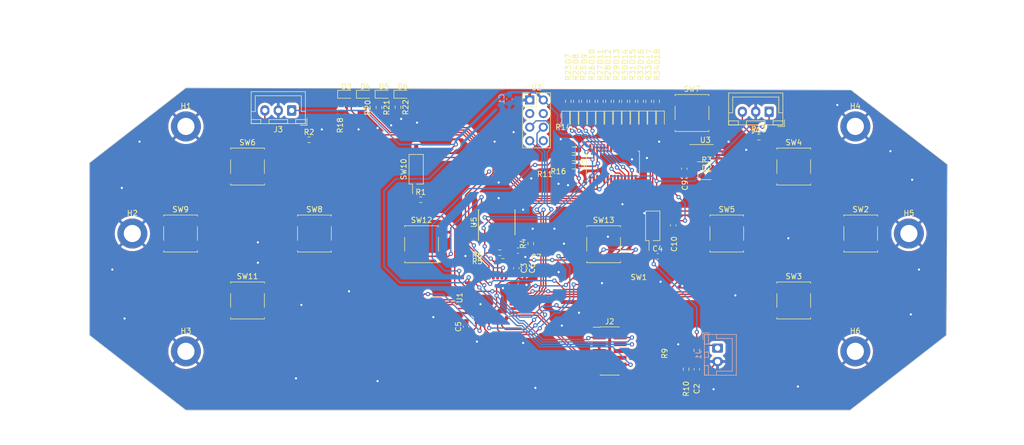
<source format=kicad_pcb>
(kicad_pcb (version 20221018) (generator pcbnew)
  (layers (0 "F.Cu" signal) (31 "B.Cu" signal) (34 "B.Paste" user) (35 "F.Paste" user) (36 "B.SilkS" user "B.Silkscreen") (37 "F.SilkS" user "F.Silkscreen") (38 "B.Mask" user) (39 "F.Mask" user) (44 "Edge.Cuts" user))
  (net 0 "")
  (net 1 "POWER_CHECK")
  (net 2 "GND")
  (net 3 "Li-ion")
  (net 4 "Net-(U3-BP)")
  (net 5 "Glob_Alim")
  (net 6 "Net-(D2-A)")
  (net 7 "Net-(D3-K)")
  (net 8 "Net-(D3-A)")
  (net 9 "Net-(D4-K)")
  (net 10 "Net-(D4-A)")
  (net 11 "Net-(D5-K)")
  (net 12 "Net-(D5-A)")
  (net 13 "Net-(D6-K)")
  (net 14 "Net-(D6-A)")
  (net 15 "Net-(D7-K)")
  (net 16 "Net-(D7-A)")
  (net 17 "Net-(D8-K)")
  (net 18 "Net-(D8-A)")
  (net 19 "Net-(D9-K)")
  (net 20 "Net-(D9-A)")
  (net 21 "Net-(D10-K)")
  (net 22 "Net-(D10-A)")
  (net 23 "Net-(D11-K)")
  (net 24 "Net-(D11-A)")
  (net 25 "Net-(D12-K)")
  (net 26 "Net-(D12-A)")
  (net 27 "Net-(D13-K)")
  (net 28 "Net-(D13-A)")
  (net 29 "Net-(D14-K)")
  (net 30 "Net-(D14-A)")
  (net 31 "Net-(D15-K)")
  (net 32 "Net-(D15-A)")
  (net 33 "Net-(D16-K)")
  (net 34 "Net-(D16-A)")
  (net 35 "Net-(D17-K)")
  (net 36 "Net-(D17-A)")
  (net 37 "Net-(D18-K)")
  (net 38 "Net-(D18-A)")
  (net 41 "SWDIO")
  (net 42 "SWDCK")
  (net 46 "Reset_Buton ")
  (net 47 "USART2_RX")
  (net 48 "USART2_TX")
  (net 49 "NES{slash}SNES_switcher")
  (net 50 "R")
  (net 51 "A_Button")
  (net 52 "B_Button")
  (net 53 "X_Button")
  (net 54 "Y_Button")
  (net 55 "UC_Button")
  (net 56 "LC_Button")
  (net 57 "DIO{slash}EX_CLK")
  (net 58 "RC_Button")
  (net 59 "L")
  (net 60 "DIO{slash}EX_SDA")
  (net 61 "DC_Button")
  (net 62 "DIODE_OE")
  (net 63 "ST_Button")
  (net 64 "SE_Button")
  (net 65 "Order_Search")
  (net 66 "RX{slash}TX")
  (net 67 "Net-(C7-Pad1)")
  (net 68 "Pin_Clock")
  (net 69 "Digital_Out_Put")
  (net 70 "MOSI")
  (net 75 "CSN_nRF24")
  (net 85 "Net-(U3-IN)")
  (footprint "Resistor_SMD:R_0603_1608Metric_Pad0.98x0.95mm_HandSolder" (layer "F.Cu") (at 150.368 74.422)
    (fp_text reference "R14")
    (fp_text value "10K")
  )
  (footprint "Resistor_SMD:R_0603_1608Metric_Pad0.98x0.95mm_HandSolder" (layer "F.Cu") (at 171.4 112.3375 -90)
    (fp_text reference "R10")
    (fp_text value "1M")
  )
  (footprint "Connector_PinHeader_1.27mm:PinHeader_2x07_P1.27mm_Vertical_SMD" (layer "F.Cu") (at 157.125 108.94)
    (fp_text reference "J2")
    (fp_text value "Conn_02x07_Odd_Even")
  )
  (footprint "Button_Switch_SMD:SW_SPST_B3S-1000" (layer "F.Cu") (at 179 87)
    (fp_text reference "SW5")
    (fp_text value "SW_Push")
  )
  (footprint "MountingHole:MountingHole_3.2mm_M3_DIN965_Pad" (layer "F.Cu") (at 78 67)
    (fp_text reference "H1")
    (fp_text value "MountingHole_Pad")
  )
  (footprint "LED_SMD:LED_0603_1608Metric_Pad1.05x0.95mm_HandSolder" (layer "F.Cu") (at 118.5 61)
    (fp_text reference "D6")
    (fp_text value "G4")
  )
  (footprint "Capacitor_SMD:C_0603_1608Metric_Pad1.08x0.95mm_HandSolder" (layer "F.Cu") (at 141.224 93.472 -90)
    (fp_text reference "C6")
    (fp_text value "10u")
  )
  (footprint "Resistor_SMD:R_0603_1608Metric_Pad0.98x0.95mm_HandSolder" (layer "F.Cu") (at 185 69)
    (fp_text reference "R13")
    (fp_text value "1K")
  )
  (footprint "LED_SMD:LED_0603_1608Metric_Pad1.05x0.95mm_HandSolder" (layer "F.Cu") (at 158.575 65.8 -90)
    (fp_text reference "D13")
    (fp_text value "O3")
  )
  (footprint "LED_SMD:LED_0603_1608Metric_Pad1.05x0.95mm_HandSolder" (layer "F.Cu") (at 164.975 65.8 -90)
    (fp_text reference "D17")
    (fp_text value "R3")
  )
  (footprint "Resistor_SMD:R_0603_1608Metric_Pad0.98x0.95mm_HandSolder" (layer "F.Cu") (at 153.9 62.3125 90)
    (fp_text reference "R26")
    (fp_text value "1K")
  )
  (footprint "MountingHole:MountingHole_3.2mm_M3_DIN965_Pad" (layer "F.Cu") (at 213 87)
    (fp_text reference "H5")
    (fp_text value "MountingHole_Pad")
  )
  (footprint "Button_Switch_SMD:SW_SPST_B3S-1000" (layer "F.Cu") (at 156 89)
    (fp_text reference "SW13")
    (fp_text value "SW_Push")
  )
  (footprint "Button_Switch_SMD:SW_DIP_SPSTx01_Slide_Copal_CHS-01B_W7.62mm_P1.27mm" (layer "F.Cu") (at 121 75 90)
    (fp_text reference "SW10")
    (fp_text value "SW_DIP_x01")
  )
  (footprint "Resistor_SMD:R_0603_1608Metric_Pad0.98x0.95mm_HandSolder" (layer "F.Cu") (at 175.26 74.676)
    (fp_text reference "R3")
    (fp_text value "1K")
  )
  (footprint "LED_SMD:LED_0603_1608Metric_Pad1.05x0.95mm_HandSolder" (layer "F.Cu") (at 108 61)
    (fp_text reference "D3")
    (fp_text value "G1")
  )
  (footprint "Connector_PinHeader_2.54mm:PinHeader_2x04_P2.54mm_Vertical" (layer "F.Cu") (at 142.2 62.06)
    (fp_text reference "U2")
    (fp_text value "nRF24_Full")
  )
  (footprint "Button_Switch_SMD:SW_SPST_B3S-1000" (layer "F.Cu") (at 102 87)
    (fp_text reference "SW8")
    (fp_text value "SW_Push")
  )
  (footprint "Capacitor_SMD:C_0603_1608Metric_Pad1.08x0.95mm_HandSolder" (layer "F.Cu") (at 139.7 93.472 -90)
    (fp_text reference "C3")
    (fp_text value "100n")
  )
  (footprint "Button_Switch_SMD:SW_SPST_B3S-1000" (layer "F.Cu") (at 122 89)
    (fp_text reference "SW12")
    (fp_text value "SW_Push")
  )
  (footprint "MountingHole:MountingHole_3.2mm_M3_DIN965_Pad" (layer "F.Cu") (at 78 109)
    (fp_text reference "H3")
    (fp_text value "MountingHole_Pad")
  )
  (footprint "Resistor_SMD:R_0603_1608Metric_Pad0.98x0.95mm_HandSolder" (layer "F.Cu") (at 107.025 63.475 -90)
    (fp_text reference "R18")
    (fp_text value "1K")
  )
  (footprint "Resistor_SMD:R_0603_1608Metric_Pad0.98x0.95mm_HandSolder" (layer "F.Cu") (at 173.4 108.8 -90)
    (fp_text reference "R9")
    (fp_text value "1M")
  )
  (footprint "MountingHole:MountingHole_3.2mm_M3_DIN965_Pad" (layer "F.Cu") (at 203 67)
    (fp_text reference "H4")
    (fp_text value "MountingHole_Pad")
  )
  (footprint "Resistor_SMD:R_0603_1608Metric_Pad0.98x0.95mm_HandSolder" (layer "F.Cu") (at 101 69.5)
    (fp_text reference "R2")
    (fp_text value "1K")
  )
  (footprint "Button_Switch_SMD:SW_SPST_B3S-1000" (layer "F.Cu") (at 204 87)
    (fp_text reference "SW2")
    (fp_text value "SW_Push")
  )
  (footprint "Resistor_SMD:R_0603_1608Metric_Pad0.98x0.95mm_HandSolder" (layer "F.Cu") (at 164.4 62.3125 90)
    (fp_text reference "R33")
    (fp_text value "1K")
  )
  (footprint "Resistor_SMD:R_0603_1608Metric_Pad0.98x0.95mm_HandSolder" (layer "F.Cu") (at 117.6 63.425 -90)
    (fp_text reference "R22")
    (fp_text value "1K")
  )
  (footprint "Button_Switch_SMD:SW_SPST_B3S-1000" (layer "F.Cu") (at 77 87)
    (fp_text reference "SW9")
    (fp_text value "SW_Push")
  )
  (footprint "Resistor_SMD:R_0603_1608Metric_Pad0.98x0.95mm_HandSolder" (layer "F.Cu") (at 158.4 62.3125 90)
    (fp_text reference "R29")
    (fp_text value "1K")
  )
  (footprint "LED_SMD:LED_0603_1608Metric_Pad1.05x0.95mm_HandSolder" (layer "F.Cu") (at 152.125 65.825 -90)
    (fp_text reference "D9")
    (fp_text value "G7")
  )
  (footprint "Resistor_SMD:R_0603_1608Metric_Pad0.98x0.95mm_HandSolder" (layer "F.Cu") (at 121.85 80.7)
    (fp_text reference "R1")
    (fp_text value "1K")
  )
  (footprint "LED_SMD:LED_0603_1608Metric_Pad1.05x0.95mm_HandSolder" (layer "F.Cu") (at 166.6 65.8 -90)
    (fp_text reference "D18")
    (fp_text value "R4")
  )
  (footprint "LED_SMD:LED_0603_1608Metric_Pad1.05x0.95mm_HandSolder" (layer "F.Cu") (at 160.175 65.8 -90)
    (fp_text reference "D14")
    (fp_text value "O4")
  )
  (footprint "Connector_JST:JST_XH_B3B-XH-A_1x03_P2.50mm_Vertical" (layer "F.Cu") (at 97.75 64.025 180)
    (fp_text reference "J3")
    (fp_text value "Conn_01x03")
  )
  (footprint "Capacitor_SMD:C_0603_1608Metric_Pad1.08x0.95mm_HandSolder" (layer "F.Cu") (at 166.095 91.27)
    (fp_text reference "C4")
    (fp_text value "1u")
  )
  (footprint "Resistor_SMD:R_0603_1608Metric_Pad0.98x0.95mm_HandSolder" (layer "F.Cu") (at 156.9 62.3125 90)
    (fp_text reference "R28")
    (fp_text value "1K")
  )
  (footprint "Resistor_SMD:R_0603_1608Metric_Pad0.98x0.95mm_HandSolder" (layer "F.Cu") (at 162.9 62.3125 90)
    (fp_text reference "R32")
    (fp_text value "1K")
  )
  (footprint "Package_SO:TSSOP-28_4.4x9.7mm_P0.65mm" (layer "F.Cu") (at 157.734 73.914 90)
    (fp_text reference "U4")
    (fp_text value "PCA9685PW")
  )
  (footprint "Resistor_SMD:R_0603_1608Metric_Pad0.98x0.95mm_HandSolder" (layer "F.Cu") (at 150.368 71.374 180)
    (fp_text reference "R16")
    (fp_text value "10K")
  )
  (footprint "Button_Switch_SMD:SW_SPST_B3S-1000" (layer "F.Cu") (at 191.5 99.5)
    (fp_text reference "SW3")
    (fp_text value "SW_Push")
  )
  (footprint "MountingHole:MountingHole_3.2mm_M3_DIN965_Pad" (layer "F.Cu") (at 203 109)
    (fp_text reference "H6")
    (fp_text value "MountingHole_Pad")
  )
  (footprint "Capacitor_SMD:C_0603_1608Metric_Pad1.08x0.95mm_HandSolder" (layer "F.Cu") (at 173.4 112.3375 -90)
    (fp_text reference "C2")
    (fp_text value "1nF")
  )
  (footprint "Resistor_SMD:R_0603_1608Metric_Pad0.98x0.95mm_HandSolder" (layer "F.Cu") (at 137.2 92.2 180)
    (fp_text reference "R5")
    (fp_text value "10K")
  )
  (footprint "Resistor_SMD:R_0603_1608Metric_Pad0.98x0.95mm_HandSolder" (layer "F.Cu") (at 110.525 63.5 -90)
    (fp_text reference "R20")
    (fp_text value "1K")
  )
  (footprint "Package_SO:SSOP-20_4.4x6.5mm_P0.65mm" (layer "F.Cu") (at 136.075 84.9 90)
    (fp_text reference "U5")
    (fp_text value "PCF8574TS")
  )
  (footprint "Connector_JST:JST_XH_B3B-XH-A_1x03_P2.50mm_Vertical" (layer "F.Cu") (at 186.904 64.262 180)
    (fp_text reference "J4")
    (fp_text value "Conn_01x03")
  )
  (footprint "Resistor_SMD:R_0603_1608Metric_Pad0.98x0.95mm_HandSolder" (layer "F.Cu") (at 149.4 62.3125 90)
    (fp_text reference "R23")
    (fp_text value "1K")
  )
  (footprint "Capacitor_SMD:C_0603_1608Metric_Pad1.08x0.95mm_HandSolder" (layer "F.Cu") (at 168.995 85.4825 -90)
    (fp_text reference "C10")
    (fp_text value "100nF")
  )
  (footprint "Button_Switch_SMD:SW_SPST_B3S-1000" (layer "F.Cu") (at 89.5 74.5)
    (fp_text reference "SW6")
    (fp_text value "SW_Push")
  )
  (footprint "LED_SMD:LED_0603_1608Metric_Pad1.05x0.95mm_HandSolder" (layer "F.Cu") (at 156.95 65.8125 -90)
    (fp_text reference "D12")
    (fp_text value "O2")
  )
  (footprint "LED_SMD:LED_0603_1608Metric_Pad1.05x0.95mm_HandSolder" (layer "F.Cu") (at 111.5 61)
    (fp_text reference "D4")
    (fp_text value "G2")
  )
  (footprint "LED_SMD:LED_0603_1608Metric_Pad1.05x0.95mm_HandSolder" (layer "F.Cu") (at 175.26 76.2)
    (fp_text reference "D2")
    (fp_text value "LED_Small")
  )
  (footprint "Resistor_SMD:R_0603_1608Metric_Pad0.98x0.95mm_HandSolder" (layer "F.Cu") (at 136.6 90.6 180)
    (fp_text reference "R6")
    (fp_text value "10K")
  )
  (footprint "LED_SMD:LED_0603_1608Metric_Pad1.05x0.95mm_HandSolder" (layer "F.Cu") (at 148.925 65.825 -90)
    (fp_text reference "D7")
    (fp_text value "G5")
  )
  (footprint "Package_SO:MSOP-8_3x3mm_P0.65mm" (layer "F.Cu") (at 175 72)
    (fp_text reference "U3")
    (fp_text value "MIC5219-3.3YMM")
  )
  (footprint "Resistor_SMD:R_0603_1608Metric_Pad0.98x0.95mm_HandSolder" (layer "F.Cu") (at 152.4 62.3125 90)
    (fp_text reference "R25")
    (fp_text value "1K")
  )
  (footprint "Resistor_SMD:R_0603_1608Metric_Pad0.98x0.95mm_HandSolder" (layer "F.Cu") (at 114.05 63.475 -90)
    (fp_text reference "R21")
    (fp_text value "1K")
  )
  (footprint "Button_Switch_SMD:SW_SPST_B3S-1000" (layer "F.Cu") (at 89.5 99.5)
    (fp_text reference "SW11")
    (fp_text value "SW_Push")
  )
  (footprint "Button_Switch_SMD:SW_DIP_SPSTx01_Slide_Copal_CHS-01B_W7.62mm_P1.27mm" (layer "F.Cu") (at 165.17 85.57 90)
    (fp_text reference "SW1")
    (fp_text value "SW_DIP_x01")
  )
  (footprint "LED_SMD:LED_0603_1608Metric_Pad1.05x0.95mm_HandSolder" (layer "F.Cu") (at 161.775 65.8 -90)
    (fp_text reference "D15")
    (fp_text value "R1")
  )
  (footprint "Resistor_SMD:R_0603_1608Metric_Pad0.98x0.95mm_HandSolder" (layer "F.Cu") (at 161.4 62.3125 90)
    (fp_text reference "R31")
    (fp_text value "1K")
  )
  (footprint "Capacitor_SMD:C_0603_1608Metric_Pad1.08x0.95mm_HandSolder" (layer "F.Cu") (at 171.05 74.9 -90)
    (fp_text reference "C9")
    (fp_text value "470p")
  )
  (footprint "LED_SMD:LED_0603_1608Metric_Pad1.05x0.95mm_HandSolder" (layer "F.Cu") (at 115 61)
    (fp_text reference "D5")
    (fp_text value "G3")
  )
  (footprint "LED_SMD:LED_0603_1608Metric_Pad1.05x0.95mm_HandSolder" (layer "F.Cu") (at 150.525 65.825 -90)
    (fp_text reference "D8")
    (fp_text value "G6")
  )
  (footprint "Resistor_SMD:R_0603_1608Metric_Pad0.98x0.95mm_HandSolder" (layer "F.Cu") (at 159.9 62.3125 90)
    (fp_text reference "R30")
    (fp_text value "1K")
  )
  (footprint "MountingHole:MountingHole_3.2mm_M3_DIN965_Pad" (layer "F.Cu") (at 68 87)
    (fp_text reference "H2")
    (fp_text value "MountingHole_Pad")
  )
  (footprint "Resistor_SMD:R_0603_1608Metric_Pad0.98x0.95mm_HandSolder" (layer "F.Cu") (at 150.368 72.898 180)
    (fp_text reference "R11")
    (fp_text value "10K")
  )
  (footprint "Button_Switch_SMD:SW_SPST_B3S-1000" (layer "F.Cu") (at 191.5 74.5)
    (fp_text reference "SW4")
    (fp_text value "SW_Push")
  )
  (footprint "Resistor_SMD:R_0603_1608Metric_Pad0.98x0.95mm_HandSolder" (layer "F.Cu") (at 155.4 62.3125 90)
    (fp_text reference "R27")
    (fp_text value "1K")
  )
  (footprint "LED_SMD:LED_0603_1608Metric_Pad1.05x0.95mm_HandSolder" (layer "F.Cu") (at 153.725 65.825 -90)
    (fp_text reference "D10")
    (fp_text value "G8")
  )
  (footprint "LED_SMD:LED_0603_1608Metric_Pad1.05x0.95mm_HandSolder" (layer "F.Cu") (at 163.375 65.8 -90)
    (fp_text reference "D16")
    (fp_text value "R2")
  )
  (footprint "Resistor_SMD:R_0603_1608Metric_Pad0.98x0.95mm_HandSolder" (layer "F.Cu") (at 150.9 62.3125 90)
    (fp_text reference "R24")
    (fp_text value "1K")
  )
  (footprint "LED_SMD:LED_0603_1608Metric_Pad1.05x0.95mm_HandSolder" (layer "F.Cu") (at 155.325 65.825 -90)
    (fp_text reference "D11")
    (fp_text value "O1")
  )
  (footprint "Resistor_SMD:R_0603_1608Metric_Pad0.98x0.95mm_HandSolder" (layer "F.Cu") (at 165.9 62.3125 90)
    (fp_text reference "R34")
    (fp_text value "1K")
  )
  (footprint "Resistor_SMD:R_0603_1608Metric_Pad0.98x0.95mm_HandSolder" (layer "F.Cu") (at 142.4 88.8875 90)
    (fp_text reference "R4")
    (fp_text value "10k")
  )
  (footprint "Package_QFP:LQFP-32_7x7mm_P0.8mm" (layer "F.Cu") (at 135 99 90)
    (fp_text reference "U1")
    (fp_text value "STM32L412KBTx")
  )
  (footprint "Capacitor_SMD:C_0603_1608Metric_Pad1.08x0.95mm_HandSolder" (layer "F.Cu") (at 140 90.2 180)
    (fp_text reference "C7")
    (fp_text value "100µF")
  )
  (footprint "Button_Switch_SMD:SW_SPST_B3S-1000" (layer "F.Cu") (at 172.5 64.5)
    (fp_text reference "SW7")
    (fp_text value "SW_SPST")
  )
  (footprint "Capacitor_SMD:C_0603_1608Metric_Pad1.08x0.95mm_HandSolder" (layer "F.Cu") (at 130.302 104.394 90)
    (fp_text reference "C5")
    (fp_text value "100n")
  )
  (footprint "Connector_JST:JST_XH_B2B-XH-A_1x02_P2.50mm_Vertical" (layer "B.Cu") (at 177.275 108.4 -90)
    (fp_text reference "J1")
    (fp_text value "Conn_01x02")
  )
  (footprint "Capacitor_SMD:C_0603_1608Metric_Pad1.08x0.95mm_HandSolder" (layer "B.Cu") (at 138.4 61.8625 -90)
    (fp_text reference "C1")
    (fp_text value "100uF")
  )
  (gr_line (start 220.2 74.1) (end 220 106) (stroke (width 0.1)) (layer "Edge.Cuts"))
  (gr_line (start 78 59.8) (end 202.2 60.2) (stroke (width 0.1)) (layer "Edge.Cuts"))
  (gr_line (start 202.2 60.2) (end 220.2 74.1) (stroke (width 0.1)) (layer "Edge.Cuts"))
  (gr_line (start 202 120) (end 78 120) (stroke (width 0.1)) (layer "Edge.Cuts"))
  (gr_line (start 220 106) (end 202 120) (stroke (width 0.1)) (layer "Edge.Cuts"))
  (gr_line (start 60 73.8) (end 78 59.8) (stroke (width 0.1)) (layer "Edge.Cuts"))
  (gr_line (start 60 106) (end 60 73.8) (stroke (width 0.1)) (layer "Edge.Cuts"))
  (gr_line (start 78 120) (end 60 106) (stroke (width 0.1)) (layer "Edge.Cuts"))
  (segment (start 164.4875 100.8) (end 173.4 109.7125) (width 0.25) (layer "F.Cu") (net 1))
  (segment (start 171.45 111.475) (end 171.4 111.425) (width 0.25) (layer "F.Cu") (net 1))
  (segment (start 135.2 97.8) (end 130.825 97.8) (width 0.25) (layer "F.Cu") (net 1))
  (segment (start 173.35 111.425) (end 173.4 111.475) (width 0.25) (layer "F.Cu") (net 1))
  (segment (start 173.4 111.475) (end 171.45 111.475) (width 0.25) (layer "F.Cu") (net 1))
  (segment (start 147.6 100.8) (end 164.4875 100.8) (width 0.25) (layer "F.Cu") (net 1))
  (segment (start 171.4 111.425) (end 171.4 111.6375) (width 0.25) (layer "F.Cu") (net 1))
  (segment (start 147.2 100.4) (end 147.6 100.8) (width 0.25) (layer "F.Cu") (net 1))
  (segment (start 173.4 109.7125) (end 173.4 111.475) (width 0.25) (layer "F.Cu") (net 1))
  (segment (start 135.212299 97.787701) (end 135.2 97.8) (width 0.25) (layer "F.Cu") (net 1))
  (via (at 135.212299 97.787701) (size 0.8) (drill 0.4) (layers "F.Cu" "B.Cu") (net 1))
  (via (at 147.2 100.4) (size 0.8) (drill 0.4) (layers "F.Cu" "B.Cu") (net 1))
  (segment (start 144.500695 100.6) (end 142.500695 102.6) (width 0.25) (layer "B.Cu") (net 1))
  (segment (start 136.237604 97.787701) (end 135.212299 97.787701) (width 0.25) (layer "B.Cu") (net 1))
  (segment (start 147 100.6) (end 144.500695 100.6) (width 0.25) (layer "B.Cu") (net 1))
  (segment (start 142.500695 102.6) (end 140.272792 102.6) (width 0.25) (layer "B.Cu") (net 1))
  (segment (start 137.224398 99.551606) (end 137.224398 98.774495) (width 0.25) (layer "B.Cu") (net 1))
  (segment (start 140.272792 102.6) (end 137.224398 99.551606) (width 0.25) (layer "B.Cu") (net 1))
  (segment (start 147.2 100.4) (end 147 100.6) (width 0.25) (layer "B.Cu") (net 1))
  (segment (start 137.224398 98.774495) (end 136.237604 97.787701) (width 0.25) (layer "B.Cu") (net 1))
  (segment (start 138.2 96.2) (end 137.2 97.2) (width 0.25) (layer "F.Cu") (net 2))
  (segment (start 154.159 76.7765) (end 154.159 75.203) (width 0.25) (layer "F.Cu") (net 2))
  (segment (start 171.4 113.25) (end 173.35 113.25) (width 0.25) (layer "F.Cu") (net 2))
  (segment (start 141.0405 94.3345) (end 139.175 96.2) (width 0.25) (layer "F.Cu") (net 2))
  (segment (start 141.2 96.2) (end 141.6 96.6) (width 0.25) (layer "F.Cu") (net 2))
  (segment (start 154.178 75.184) (end 155.194 75.184) (width 0.25) (layer "F.Cu") (net 2))
  (segment (start 136.4 87.8) (end 136.4 86.8) (width 0.25) (layer "F.Cu") (net 2))
  (segment (start 141.224 94.3845) (end 141.4 94.5605) (width 0.25) (layer "F.Cu") (net 2))
  (segment (start 141.224 94.3345) (end 141.0405 94.3345) (width 0.25) (layer "F.Cu") (net 2))
  (segment (start 139.294 86.106) (end 139.4 86.106) (width 0.25) (layer "F.Cu") (net 2))
  (segment (start 173.35 113.25) (end 173.4 113.2) (width 0.25) (layer "F.Cu") (net 2))
  (segment (start 136.4 80.402) (end 136.398 80.4) (width 0.25) (layer "F.Cu") (net 2))
  (segment (start 139.175 96.2) (end 138.2 96.2) (width 0.25) (layer "F.Cu") (net 2))
  (segment (start 137.05 87.8) (end 137.05 87.05) (width 0.25) (layer "F.Cu") (net 2))
  (segment (start 173.4 113.2) (end 174.975 113.2) (width 0.25) (layer "F.Cu") (net 2))
  (segment (start 136.4 86.8) (end 137.094 86.106) (width 0.25) (layer "F.Cu") (net 2))
  (segment (start 137.094 86.106) (end 138.2 86.106) (width 0.25) (layer "F.Cu") (net 2))
  (segment (start 155.459 75.449) (end 155.459 76.7765) (width 0.25) (layer "F.Cu") (net 2))
  (segment (start 138.2 86.106) (end 139.4 86.106) (width 0.25) (layer "F.Cu") (net 2))
  (segment (start 161.959 78.139) (end 162.052 78.232) (width 0.25) (layer "F.Cu") (net 2))
  (segment (start 155.459 72.655) (end 155.702 72.898) (width 0.25) (layer "F.Cu") (net 2))
  (segment (start 139.175 96.2) (end 141.2 96.2) (width 0.25) (layer "F.Cu") (net 2))
  (segment (start 114.05 64.3875) (end 114.05 64.52) (width 0.25) (layer "F.Cu") (net 2))
  (segment (start 114.05 64.52) (end 116.332 66.802) (width 0.25) (layer "F.Cu") (net 2))
  (segment (start 154.159 75.203) (end 154.178 75.184) (width 0.25) (layer "F.Cu") (net 2))
  (segment (start 174.975 113.2) (end 177.275 110.9) (width 0.25) (layer "F.Cu") (net 2))
  (segment (start 139.4 86.106) (end 142.748 86.106) (width 0.25) (layer "F.Cu") (net 2))
  (segment (start 141.224 94.3345) (end 139.7 94.3345) (width 0.25) (layer "F.Cu") (net 2))
  (segment (start 136.4 82) (end 136.4 80.402) (width 0.25) (layer "F.Cu") (net 2))
  (segment (start 138.35 87.05) (end 139.294 86.106) (width 0.25) (layer "F.Cu") (net 2))
  (segment (start 155.459 71.0515) (end 155.459 72.655) (width 0.25) (layer "F.Cu") (net 2))
  (segment (start 155.702 72.898) (end 156.109 72.491) (width 0.25) (layer "F.Cu") (net 2))
  (segment (start 137.994 86.106) (end 138.2 86.106) (width 0.25) (layer "F.Cu") (net 2))
  (segment (start 137.05 87.05) (end 137.994 86.106) (width 0.25) (layer "F.Cu") (net 2))
  (segment (start 161.959 76.7765) (end 161.959 78.139) (width 0.25) (layer "F.Cu") (net 2))
  (segment (start 155.194 75.184) (end 155.459 75.449) (width 0.25) (layer "F.Cu") (net 2))
  (segment (start 156.109 72.491) (end 156.109 71.0515) (width 0.25) (layer "F.Cu") (net 2))
  (segment (start 138.35 87.8) (end 138.35 87.05) (width 0.25) (layer "F.Cu") (net 2))
  (via (at 103.378 67.564) (size 0.8) (drill 0.4) (layers "F.Cu" "B.Cu") (net 2))
  (via (at 164.084 72.898) (size 0.8) (drill 0.4) (layers "F.Cu" "B.Cu") (net 2))
  (via (at 176.53 116.078) (size 0.8) (drill 0.4) (layers "F.Cu" "B.Cu") (net 2))
  (via (at 214.884 93.726) (size 0.8) (drill 0.4) (layers "F.Cu" "B.Cu") (net 2))
  (via (at 170.688 96.774) (size 0.8) (drill 0.4) (layers "F.Cu" "B.Cu") (net 2))
  (via (at 132.334 107.188) (size 0.8) (drill 0.4) (layers "F.Cu" "B.Cu") (net 2))
  (via (at 159.512 81.534) (size 0.8) (drill 0.4) (layers "F.Cu" "B.Cu") (net 2))
  (via (at 66.04 78.486) (size 0.8) (drill 0.4) (layers "F.Cu" "B.Cu") (net 2))
  (via (at 121.158 66.294) (size 0.8) (drill 0.4) (layers "F.Cu" "B.Cu") (net 2))
  (via (at 133 100.2) (size 0.8) (drill 0.4) (layers "F.Cu" "B.Cu") (net 2))
  (via (at 110.236 67.564) (size 0.8) (drill 0.4) (layers "F.Cu" "B.Cu") (net 2))
  (via (at 91.44 88.646) (size 0.8) (drill 0.4) (layers "F.Cu" "B.Cu") (net 2))
  (via (at 179.324 69.85) (size 0.8) (drill 0.4) (layers "F.Cu" "B.Cu") (net 2))
  (via (at 213.614 76.962) (size 0.8) (drill 0.4) (layers "F.Cu" "B.Cu") (net 2))
  (via (at 192.278 115.57) (size 0.8) (drill 0.4) (layers "F.Cu" "B.Cu") (net 2))
  (via (at 163.6 83.2) (size 0.8) (drill 0.4) (layers "F.Cu" "B.Cu") (net 2))
  (via (at 151.4 101.8) (size 0.8) (drill 0.4) (layers "F.Cu" "B.Cu") (net 2))
  (via (at 69.342 69.85) (size 0.8) (drill 0.4) (layers "F.Cu" "B.Cu") (net 2))
  (via (at 199.644 62.992) (size 0.8) (drill 0.4) (layers "F.Cu" "B.Cu") (net 2))
  (via (at 108.458 97.79) (size 0.8) (drill 0.4) (layers "F.Cu" "B.Cu") (net 2))
  (via (at 140.97 107.442) (size 0.8) (drill 0.4) (layers "F.Cu" "B.Cu") (net 2))
  (via (at 155.702 96.266) (size 0.8) (drill 0.4) (layers "F.Cu" "B.Cu") (net 2))
  (via (at 190.5 87.884) (size 0.8) (drill 0.4) (layers "F.Cu" "B.Cu") (net 2))
  (via (at 146.812 86.106) (size 0.8) (drill 0.4) (layers "F.Cu" "B.Cu") (net 2))
  (via (at 148.2 104.2) (size 0.8) (drill 0.4) (layers "F.Cu" "B.Cu") (net 2))
  (via (at 64.262 93.726) (size 0.8) (drill 0.4) (layers "F.Cu" "B.Cu") (net 2))
  (via (at 142.494 76.708) (size 0.8) (drill 0.4) (layers "F.Cu" "B.Cu") (net 2))
  (via (at 147.6 94.2) (size 0.8) (drill 0.4) (layers "F.Cu" "B.Cu") (net 2))
  (via (at 140.97 82.55) (size 0.8) (drill 0.4) (layers "F.Cu" "B.Cu") (net 2))
  (via (at 180.594 98.552) (size 0.8) (drill 0.4) (layers "F.Cu" "B.Cu") (net 2))
  (via (at 116.332 66.802) (size 0.8) (drill 0.4) (layers "F.Cu" "B.Cu") (net 2))
  (via (at 141.6 96.6) (size 0.8) (drill 0.4) (layers "F.Cu" "B.Cu") (net 2))
  (via (at 142.6 93.4) (size 0.8) (drill 0.4) (layers "F.Cu" "B.Cu") (net 2))
  (via (at 166.624 96.012) (size 0.8) (drill 0.4) (layers "F.Cu" "B.Cu") (net 2))
  (via (at 147.98723 69.388171) (size 0.8) (drill 0.4) (layers "F.Cu" "B.Cu") (net 2))
  (via (at 166.37 69.85) (size 0.8) (drill 0.4) (layers "F.Cu" "B.Cu") (net 2))
  (via (at 113.792 114.554) (size 0.8) (drill 0.4) (layers "F.Cu" "B.Cu") (net 2))
  (via (at 137.2 97.2) (size 0.8) (drill 0.4) (layers "F.Cu" "B.Cu") (net 2))
  (via (at 182.626 71.374) (size 0.8) (drill 0.4) (layers "F.Cu" "B.Cu") (net 2))
  (via (at 136.398 77.47) (size 0.8) (drill 0.4) (layers "F.Cu" "B.Cu") (net 2))
  (via (at 141.384741 91.380799) (size 0.8) (drill 0.4) (layers "F.Cu" "B.Cu") (net 2))
  (via (at 98.552 114.046) (size 0.8) (drill 0.4) (layers "F.Cu" "B.Cu") (net 2))
  (via (at 66.548 102.87) (size 0.8) (drill 0.4) (layers "F.Cu" "B.Cu") (net 2))
  (via (at 213.36 102.108) (size 0.8) (drill 0.4) (layers "F.Cu" "B.Cu") (net 2))
  (via (at 169.926 107.696) (size 0.8) (drill 0.4) (layers "F.Cu" "B.Cu") (net 2))
  (via (at 142.748 86.106) (size 0.8) (drill 0.4) (layers "F.Cu" "B.Cu") (net 2))
  (via (at 99.568 100.33) (size 0.8) (drill 0.4) (layers "F.Cu" "B.Cu") (net 2))
  (via (at 149.352 77.978) (size 0.8) (drill 0.4) (layers "F.Cu" "B.Cu") (net 2))
  (via (at 136.398 80.4) (size 0.8) (drill 0.4) (layers "F.Cu" "B.Cu") (net 2))
  (via (at 209.55 71.628) (size 0.8) (drill 0.4) (layers "F.Cu" "B.Cu") (net 2))
  (via (at 135.636 69.85) (size 0.8) (drill 0.4) (layers "F.Cu" "B.Cu") (net 2))
  (via (at 91.44 92.456) (size 0.8) (drill 0.4) (layers "F.Cu" "B.Cu") (net 2))
  (via (at 139.192 68.072) (size 0.8) (drill 0.4) (layers "F.Cu" "B.Cu") (net 2))
  (via (at 143.256 115.824) (size 0.8) (drill 0.4) (layers "F.Cu" "B.Cu") (net 2))
  (via (at 113.792 67.31) (size 0.8) (drill 0.4) (layers "F.Cu" "B.Cu") (net 2))
  (via (at 148.59 88.9) (size 0.8) (drill 0.4) (layers "F.Cu" "B.Cu") (net 2))
  (via (at 156.8 87.6) (size 0.8) (drill 0.4) (layers "F.Cu" "B.Cu") (net 2))
  (via (at 124.206 102.616) (size 0.8) (drill 0.4) (layers "F.Cu" "B.Cu") (net 2))
  (via (at 118.2 65.6) (size 0.8) (drill 0.4) (layers "F.Cu" "B.Cu") (net 2))
  (via (at 161.29 73.152) (size 0.8) (drill 0.4) (layers "F.Cu" "B.Cu") (net 2))
  (via (at 147.574 77.724) (size 0.8) (drill 0.4) (layers "F.Cu" "B.Cu") (net 2))
  (via (at 131.8 85.2) (size 0.8) (drill 0.4) (layers "F.Cu" "B.Cu") (net 2))
  (via (at 130.2 91.2) (size 0.8) (drill 0.4) (layers "F.Cu" "B.Cu") (net 2))
  (segment (start 139.065 62.06) (end 142.2 62.06) (width 0.5) (layer "B.Cu") (net 2))
  (segment (start 138.4 62.725) (end 139.065 62.06) (width 0.5) (layer "B.Cu") (net 2))
  (segment (start 173.4 105.4) (end 173.4 107.8875) (width 0.25) (layer "F.Cu") (net 3))
  (segment (start 173.4 107.8875) (end 176.7625 107.8875) (width 0.25) (layer "F.Cu") (net 3))
  (segment (start 165.17 89.38) (end 165.17 91.2075) (width 0.25) (layer "F.Cu") (net 3))
  (segment (start 165.354 91.3915) (end 165.2325 91.27) (width 0.25) (layer "F.Cu") (net 3))
  (segment (start 176.7625 107.8875) (end 177.275 108.4) (width 0.25) (layer "F.Cu") (net 3))
  (segment (start 165.17 91.2075) (end 165.2325 91.27) (width 0.25) (layer "F.Cu") (net 3))
  (segment (start 165.354 92.71) (end 165.354 91.3915) (width 0.25) (layer "F.Cu") (net 3))
  (via (at 173.4 105.4) (size 0.8) (drill 0.4) (layers "F.Cu" "B.Cu") (net 3))
  (via (at 165.354 92.71) (size 0.8) (drill 0.4) (layers "F.Cu" "B.Cu") (net 3))
  (segment (start 168.402 95.758) (end 173.4 100.756) (width 0.25) (layer "B.Cu") (net 3))
  (segment (start 168.402 95.758) (end 165.354 92.71) (width 0.25) (layer "B.Cu") (net 3))
  (segment (start 173.4 100.756) (end 173.4 105.4) (width 0.25) (layer "B.Cu") (net 3))
  (segment (start 171.05 74.0375) (end 171.05 73.552) (width 0.25) (layer "F.Cu") (net 4))
  (segment (start 171.05 73.552) (end 171.627 72.975) (width 0.25) (layer "F.Cu") (net 4))
  (segment (start 171.627 72.975) (end 172.8875 72.975) (width 0.25) (layer "F.Cu") (net 4))
  (segment (start 139.2905 92.2) (end 139.7 92.6095) (width 0.25) (layer "F.Cu") (net 5))
  (segment (start 165.8945 77.216) (end 165.8945 79.6) (width 0.25) (layer "F.Cu") (net 5))
  (segment (start 136.2 89.6) (end 135.75 89.15) (width 0.25) (layer "F.Cu") (net 5))
  (segment (start 155.194 78.74) (end 156.109 77.825) (width 0.25) (layer "F.Cu") (net 5))
  (segment (start 168.6 78.8) (end 165.8945 78.8) (width 0.25) (layer "F.Cu") (net 5))
  (segment (start 141.224 92.5595) (end 139.6405 92.5595) (width 0.25) (layer "F.Cu") (net 5))
  (segment (start 136.9 95.9) (end 137.311396 95.9) (width 0.25) (layer "F.Cu") (net 5))
  (segment (start 153.509 78.647) (end 153.416 78.74) (width 0.25) (layer "F.Cu") (net 5))
  (segment (start 153.416 78.74) (end 154.686 78.74) (width 0.25) (layer "F.Cu") (net 5))
  (segment (start 137.8 94.4) (end 137.8 94.825) (width 0.25) (layer "F.Cu") (net 5))
  (segment (start 132.2 102.242) (end 132.588 101.854) (width 0.25) (layer "F.Cu") (net 5))
  (segment (start 137.311396 95.9) (end 137.8 95.411396) (width 0.25) (layer "F.Cu") (net 5))
  (segment (start 154.809 78.617) (end 154.686 78.74) (width 0.25) (layer "F.Cu") (net 5))
  (segment (start 138.5125 89.6) (end 137.5125 90.6) (width 0.25) (layer "F.Cu") (net 5))
  (segment (start 165.8945 75.6595) (end 165.8945 77.216) (width 0.25) (layer "F.Cu") (net 5))
  (segment (start 186.904 64.262) (end 186.904 65.826) (width 0.25) (layer "F.Cu") (net 5))
  (segment (start 170 80.2) (end 168.6 78.8) (width 0.25) (layer "F.Cu") (net 5))
  (segment (start 132.2 103.175) (end 132.2 102.242) (width 0.25) (layer "F.Cu") (net 5))
  (segment (start 154.686 78.74) (end 155.194 78.74) (width 0.25) (layer "F.Cu") (net 5))
  (segment (start 139.6405 92.5595) (end 137.8 94.4) (width 0.25) (layer "F.Cu") (net 5))
  (segment (start 174.3475 74.676) (end 174.3475 73.021459) (width 0.25) (layer "F.Cu") (net 5))
  (segment (start 152.654 78.74) (end 153.416 78.74) (width 0.25) (layer "F.Cu") (net 5))
  (segment (start 137.8 95.411396) (end 137.8 94.825) (width 0.25) (layer "F.Cu") (net 5))
  (segment (start 141.8355 91.948) (end 141.224 92.5595) (width 0.25) (layer "F.Cu") (net 5))
  (segment (start 156.718 84.582) (end 164.178 84.582) (width 0.25) (layer "F.Cu") (net 5))
  (segment (start 174.3475 73.021459) (end 173.651041 72.325) (width 0.25) (layer "F.Cu") (net 5))
  (segment (start 156.109 77.825) (end 156.109 76.7765) (width 0.25) (layer "F.Cu") (net 5))
  (segment (start 138.1125 92.2) (end 139.2905 92.2) (width 0.25) (layer "F.Cu") (net 5))
  (segment (start 172.7625 72.2) (end 169.354 72.2) (width 0.25) (layer "F.Cu") (net 5))
  (segment (start 135.4 102.588604) (end 135.4 103.175) (width 0.25) (layer "F.Cu") (net 5))
  (segment (start 171.18 84.62) (end 171.2 84.6) (width 0.25) (layer "F.Cu") (net 5))
  (segment (start 169.164 72.39) (end 165.8945 75.6595) (width 0.25) (layer "F.Cu") (net 5))
  (segment (start 152.8 71.8) (end 152.8 71.7605) (width 0.25) (layer "F.Cu") (net 5))
  (segment (start 186.904 65.826) (end 185.674 67.056) (width 0.25) (layer "F.Cu") (net 5))
  (segment (start 139.1375 90.2) (end 138.5375 89.6) (width 0.25) (layer "F.Cu") (net 5))
  (segment (start 136.012299 96.787701) (end 136.9 95.9) (width 0.25) (layer "F.Cu") (net 5))
  (segment (start 149.4555 74.422) (end 149.4555 74.7795) (width 0.25) (layer "F.Cu") (net 5))
  (segment (start 169.354 72.2) (end 169.164 72.39) (width 0.25) (layer "F.Cu") (net 5))
  (segment (start 136.012299 98.587701) (end 136.012299 100.507097) (width 0.25) (layer "F.Cu") (net 5))
  (segment (start 131.4215 105.3065) (end 132.2 104.528) (width 0.25) (layer "F.Cu") (net 5))
  (segment (start 149.352 91.948) (end 156.718 84.582) (width 0.25) (layer "F.Cu") (net 5))
  (segment (start 132.2 104.528) (end 132.2 103.175) (width 0.25) (layer "F.Cu") (net 5))
  (segment (start 138.5375 89.6) (end 138.5125 89.6) (width 0.25) (layer "F.Cu") (net 5))
  (segment (start 134.665396 101.854) (end 135.4 102.588604) (width 0.25) (layer "F.Cu") (net 5))
  (segment (start 132.588 101.854) (end 134.665396 101.854) (width 0.25) (layer "F.Cu") (net 5))
  (segment (start 154.809 76.7765) (end 154.809 78.617) (width 0.25) (layer "F.Cu") (net 5))
  (segment (start 153.509 76.7765) (end 153.509 78.647) (width 0.25) (layer "F.Cu") (net 5))
  (segment (start 128.4 70.358) (end 127.568 71.19) (width 0.25) (layer "F.Cu") (net 5))
  (segment (start 155.175 106.4) (end 153.2835 106.4) (width 0.25) (layer "F.Cu") (net 5))
  (segment (start 139.1375 90.2) (end 139.1375 92.047) (width 0.25) (layer "F.Cu") (net 5))
  (segment (start 127.568 71.19) (end 121 71.19) (width 0.25) (layer "F.Cu") (net 5))
  (segment (start 153.2835 106.4) (end 153.162 106.5215) (width 0.25) (layer "F.Cu") (net 5))
  (segment (start 149.4555 74.422) (end 149.4555 72.898) (width 0.25) (layer "F.Cu") (net 5))
  (segment (start 136.012299 98.587701) (end 136.012299 96.787701) (width 0.25) (layer "F.Cu") (net 5))
  (segment (start 172.8875 72.325) (end 172.7625 72.2) (width 0.25) (layer "F.Cu") (net 5))
  (segment (start 138.5375 89.6) (end 136.2 89.6) (width 0.25) (layer "F.Cu") (net 5))
  (segment (start 151.384 76.708) (end 151.384 77.47) (width 0.25) (layer "F.Cu") (net 5))
  (segment (start 173.651041 72.325) (end 172.8875 72.325) (width 0.25) (layer "F.Cu") (net 5))
  (segment (start 149.4555 74.7795) (end 151.384 76.708) (width 0.25) (layer "F.Cu") (net 5))
  (segment (start 130.302 105.3065) (end 131.4215 105.3065) (width 0.25) (layer "F.Cu") (net 5))
  (segment (start 149.4555 71.374) (end 149.4555 72.898) (width 0.25) (layer "F.Cu") (net 5))
  (segment (start 139.1375 92.047) (end 139.7 92.6095) (width 0.25) (layer "F.Cu") (net 5))
  (segment (start 165.8945 78.8) (end 165.8945 79.6) (width 0.25) (layer "F.Cu") (net 5))
  (segment (start 136.012299 100.507097) (end 134.665396 101.854) (width 0.25) (layer "F.Cu") (net 5))
  (segment (start 168.995 84.62) (end 171.18 84.62) (width 0.25) (layer "F.Cu") (net 5))
  (segment (start 135.75 89.15) (end 135.75 87.8) (width 0.25) (layer "F.Cu") (net 5))
  (segment (start 165.8945 82.8655) (end 165.8945 79.6) (width 0.25) (layer "F.Cu") (net 5))
  (segment (start 152.8 71.7605) (end 153.509 71.0515) (width 0.25) (layer "F.Cu") (net 5))
  (segment (start 137.5125 90.6) (end 137.5125 90.3125) (width 0.25) (layer "F.Cu") (net 5))
  (segment (start 146.4 91.948) (end 149.352 91.948) (width 0.25) (layer "F.Cu") (net 5))
  (segment (start 164.178 84.582) (end 165.8945 82.8655) (width 0.25) (layer "F.Cu") (net 5))
  (segment (start 151.384 77.47) (end 152.654 78.74) (width 0.25) (layer "F.Cu") (net 5))
  (segment (start 143.002 91.948) (end 141.8355 91.948) (width 0.25) (layer "F.Cu") (net 5))
  (via (at 170 80.2) (size 0.8) (drill 0.4) (layers "F.Cu" "B.Cu") (net 5))
  (via (at 146.4 91.948) (size 0.8) (drill 0.4) (layers "F.Cu" "B.Cu") (net 5))
  (via (at 165.8945 77.216) (size 0.8) (drill 0.4) (layers "F.Cu" "B.Cu") (net 5))
  (via (at 136.012299 98.587701) (size 0.8) (drill 0.4) (layers "F.Cu" "B.Cu") (net 5))
  (via (at 171.2 84.6) (size 0.8) (drill 0.4) (layers "F.Cu" "B.Cu") (net 5))
  (via (at 155.194 78.74) (size 0.8) (drill 0.4) (layers "F.Cu" "B.Cu") (net 5))
  (via (at 153.162 106.5215) (size 0.8) (drill 0.4) (layers "F.Cu" "B.Cu") (net 5))
  (via (at 143.002 91.948) (size 0.8) (drill 0.4) (layers "F.Cu" "B.Cu") (net 5))
  (via (at 128.4 70.358) (size 0.8) (drill 0.4) (layers "F.Cu" "B.Cu") (net 5))
  (via (at 151.384 76.708) (size 0.8) (drill 0.4) (layers "F.Cu" "B.Cu") (net 5))
  (via (at 185.674 67.056) (size 0.8) (drill 0.4) (layers "F.Cu" "B.Cu") (net 5))
  (via (at 152.8 71.8) (size 0.8) (drill 0.4) (layers "F.Cu" "B.Cu") (net 5))
  (segment (start 164.9365 76.258) (end 157.676 76.258) (width 0.25) (layer "B.Cu") (net 5))
  (segment (start 137 61) (end 138.4 61) (width 0.5) (layer "B.Cu") (net 5))
  (segment (start 117.865305 70.358) (end 111.532305 64.025) (width 0.25) (layer "B.Cu") (net 5))
  (segment (start 148.2 68.4) (end 149.670695 68.4) (width 0.25) (layer "B.Cu") (net 5))
  (segment (start 128.4 70.358) (end 128.4 70.2) (width 0.25) (layer "B.Cu") (net 5))
  (segment (start 128.4 70.2) (end 128.4 69.6) (width 0.5) (layer "B.Cu") (net 5))
  (segment (start 152.8875 106.796) (end 153.162 106.5215) (width 0.25) (layer "B.Cu") (net 5))
  (segment (start 136.012299 98.587701) (end 136.774398 99.3498) (width 0.25) (layer "B.Cu") (net 5))
  (segment (start 136.774398 99.738002) (end 140.334396 103.298) (width 0.25) (layer "B.Cu") (net 5))
  (segment (start 141.134797 103.298) (end 144.632797 106.796) (width 0.25) (layer "B.Cu") (net 5))
  (segment (start 111.532305 64.025) (end 97.75 64.025) (width 0.25) (layer "B.Cu") (net 5))
  (segment (start 172.983305 77.216) (end 165.8945 77.216) (width 0.25) (layer "B.Cu") (net 5))
  (segment (start 144.316 62.484) (end 144.74 62.06) (width 0.25) (layer "B.Cu") (net 5))
  (segment (start 143.28 60.6) (end 144.74 62.06) (width 0.5) (layer "B.Cu") (net 5))
  (segment (start 183.143305 67.056) (end 172.983305 77.216) (width 0.25) (layer "B.Cu") (net 5))
  (segment (start 185.674 67.056) (end 183.143305 67.056) (width 0.25) (layer "B.Cu") (net 5))
  (segment (start 128.4 69.6) (end 137 61) (width 0.5) (layer "B.Cu") (net 5))
  (segment (start 144.632797 106.796) (end 152.8875 106.796) (width 0.25) (layer "B.Cu") (net 5))
  (segment (start 146.4 91.948) (end 143.002 91.948) (width 0.25) (layer "B.Cu") (net 5))
  (segment (start 136.774398 99.3498) (end 136.774398 99.738002) (width 0.25) (layer "B.Cu") (net 5))
  (segment (start 149.670695 68.4) (end 151.384 70.113305) (width 0.25) (layer "B.Cu") (net 5))
  (segment (start 138.515 60.885) (end 138.8 60.6) (width 0.5) (layer "B.Cu") (net 5))
  (segment (start 157.676 76.258) (end 155.194 78.74) (width 0.25) (layer "B.Cu") (net 5))
  (segment (start 151.384 70.384) (end 152.8 71.8) (width 0.25) (layer "B.Cu") (net 5))
  (segment (start 171.2 81.4) (end 171.2 84.6) (width 0.25) (layer "B.Cu") (net 5))
  (segment (start 138.8 60.6) (end 143.28 60.6) (width 0.5) (layer "B.Cu") (net 5))
  (segment (start 138.4 61) (end 138.515 60.885) (width 0.25) (layer "B.Cu") (net 5))
  (segment (start 140.334396 103.298) (end 141.134797 103.298) (width 0.25) (layer "B.Cu") (net 5))
  (segment (start 170 80.2) (end 171.2 81.4) (width 0.25) (layer "B.Cu") (net 5))
  (segment (start 147.4 67.6) (end 148.2 68.4) (width 0.25) (layer "B.Cu") (net 5))
  (segment (start 151.384 70.113305) (end 151.384 70.384) (width 0.25) (layer "B.Cu") (net 5))
  (segment (start 151.384 70.113305) (end 151.384 76.708) (width 0.25) (layer "B.Cu") (net 5))
  (segment (start 147.4 64.72) (end 147.4 67.6) (width 0.25) (layer "B.Cu") (net 5))
  (segment (start 128.4 70.358) (end 117.865305 70.358) (width 0.25) (layer "B.Cu") (net 5))
  (segment (start 144.74 62.06) (end 147.4 64.72) (width 0.25) (layer "B.Cu") (net 5))
  (segment (start 165.8945 77.216) (end 164.9365 76.258) (width 0.25) (layer "B.Cu") (net 5))
  (segment (start 176.135 76.2) (end 176.135 74.7135) (width 0.25) (layer "F.Cu") (net 6))
  (segment (start 176.135 74.7135) (end 176.1725 74.676) (width 0.25) (layer "F.Cu") (net 6))
  (segment (start 107.025 61.1) (end 107.125 61) (width 0.25) (layer "F.Cu") (net 7))
  (segment (start 107.025 62.5625) (end 107.025 61.1) (width 0.25) (layer "F.Cu") (net 7))
  (segment (start 108.875 61) (end 108.875 64.045495) (width 0.25) (layer "F.Cu") (net 8))
  (segment (start 158.709 79.420188) (end 158.709 76.7765) (width 0.25) (layer "F.Cu") (net 8))
  (segment (start 156.769188 81.36) (end 158.709 79.420188) (width 0.25) (layer "F.Cu") (net 8))
  (segment (start 108.875 64.045495) (end 113.409505 68.58) (width 0.25) (layer "F.Cu") (net 8))
  (segment (start 142.696812 81.36) (end 156.769188 81.36) (width 0.25) (layer "F.Cu") (net 8))
  (segment (start 129.916812 68.58) (end 142.696812 81.36) (width 0.25) (layer "F.Cu") (net 8))
  (segment (start 113.409505 68.58) (end 129.916812 68.58) (width 0.25) (layer "F.Cu") (net 8))
  (segment (start 110.525 61.1) (end 110.625 61) (width 0.25) (layer "F.Cu") (net 9))
  (segment (start 110.525 62.5875) (end 110.525 61.1) (width 0.25) (layer "F.Cu") (net 9))
  (segment (start 142.883208 80.91) (end 130.103208 68.13) (width 0.25) (layer "F.Cu") (net 10))
  (segment (start 158.059 79.433792) (end 156.582792 80.91) (width 0.25) (layer "F.Cu") (net 10))
  (segment (start 116.136 68.13) (end 112.375 64.369) (width 0.25) (layer "F.Cu") (net 10))
  (segment (start 130.103208 68.13) (end 116.136 68.13) (width 0.25) (layer "F.Cu") (net 10))
  (segment (start 156.582792 80.91) (end 142.883208 80.91) (width 0.25) (layer "F.Cu") (net 10))
  (segment (start 158.059 76.7765) (end 158.059 79.433792) (width 0.25) (layer "F.Cu") (net 10))
  (segment (start 112.375 64.369) (end 112.375 61) (width 0.25) (layer "F.Cu") (net 10))
  (segment (start 114.125 62.4875) (end 114.05 62.5625) (width 0.25) (layer "F.Cu") (net 11))
  (segment (start 114.125 61) (end 114.125 62.4875) (width 0.25) (layer "F.Cu") (net 11))
  (segment (start 118.734 67.68) (end 130.289604 67.68) (width 0.25) (layer "F.Cu") (net 12))
  (segment (start 143.069604 80.46) (end 156.396396 80.46) (width 0.25) (layer "F.Cu") (net 12))
  (segment (start 115.875 61) (end 115.875 64.821) (width 0.25) (layer "F.Cu") (net 12))
  (segment (start 115.875 64.821) (end 118.734 67.68) (width 0.25) (layer "F.Cu") (net 12))
  (segment (start 130.289604 67.68) (end 143.069604 80.46) (width 0.25) (layer "F.Cu") (net 12))
  (segment (start 156.396396 80.46) (end 157.409 79.447396) (width 0.25) (layer "F.Cu") (net 12))
  (segment (start 157.409 79.447396) (end 157.409 76.7765) (width 0.25) (layer "F.Cu") (net 12))
  (segment (start 117.625 62.4875) (end 117.6 62.5125) (width 0.25) (layer "F.Cu") (net 13))
  (segment (start 117.625 61) (end 117.625 62.4875) (width 0.25) (layer "F.Cu") (net 13))
  (segment (start 143.256 80.01) (end 130.476 67.23) (width 0.25) (layer "F.Cu") (net 14))
  (segment (start 152.146 80.01) (end 143.256 80.01) (width 0.25) (layer "F.Cu") (net 14))
  (segment (start 156.21 80.01) (end 152.146 80.01) (width 0.25) (layer "F.Cu") (net 14))
  (segment (start 156.759 79.461) (end 156.21 80.01) (width 0.25) (layer "F.Cu") (net 14))
  (segment (start 156.759 76.7765) (end 156.759 79.461) (width 0.25) (layer "F.Cu") (net 14))
  (segment (start 152.146 80.01) (end 151.892 80.01) (width 0.25) (layer "F.Cu") (net 14))
  (segment (start 119.554 67.23) (end 119.375 67.051) (width 0.25) (layer "F.Cu") (net 14))
  (segment (start 130.476 67.23) (end 119.554 67.23) (width 0.25) (layer "F.Cu") (net 14))
  (segment (start 119.375 67.051) (end 119.375 61) (width 0.25) (layer "F.Cu") (net 14))
  (segment (start 149.4 64.475) (end 148.925 64.95) (width 0.25) (layer "F.Cu") (net 15))
  (segment (start 149.4 63.225) (end 149.4 64.475) (width 0.25) (layer "F.Cu") (net 15))
  (segment (start 159.359 76.087959) (end 159.359 76.7765) (width 0.25) (layer "F.Cu") (net 16))
  (segment (start 158.255402 75.714) (end 158.985041 75.714) (width 0.25) (layer "F.Cu") (net 16))
  (segment (start 148.925 66.7) (end 148.996 66.7) (width 0.25) (layer "F.Cu") (net 16))
  (segment (start 157.475701 74.934299) (end 158.255402 75.714) (width 0.25) (layer "F.Cu") (net 16))
  (segment (start 158.985041 75.714) (end 159.359 76.087959) (width 0.25) (layer "F.Cu") (net 16))
  (segment (start 148.996 66.7) (end 150.114 67.818) (width 0.25) (layer "F.Cu") (net 16))
  (via (at 150.114 67.818) (size 0.8) (drill 0.4) (layers "F.Cu" "B.Cu") (net 16))
  (via (at 157.475701 74.934299) (size 0.8) (drill 0.4) (layers "F.Cu" "B.Cu") (net 16))
  (segment (start 150.114 67.818) (end 150.659 67.818) (width 0.25) (layer "B.Cu") (net 16))
  (segment (start 151.083695 68.543) (end 151.717299 68.543) (width 0.25) (layer "B.Cu") (net 16))
  (segment (start 152.556208 68.993) (end 157.475701 73.912493) (width 0.25) (layer "B.Cu") (net 16))
  (segment (start 152.167299 68.993) (end 152.556208 68.993) (width 0.25) (layer "B.Cu") (net 16))
  (segment (start 157.475701 73.912493) (end 157.475701 74.934299) (width 0.25) (layer "B.Cu") (net 16))
  (segment (start 151.717299 68.543) (end 152.167299 68.993) (width 0.25) (layer "B.Cu") (net 16))
  (segment (start 150.659 67.818) (end 150.659 68.118305) (width 0.25) (layer "B.Cu") (net 16))
  (segment (start 150.659 68.118305) (end 151.083695 68.543) (width 0.25) (layer "B.Cu") (net 16))
  (segment (start 150.9 64.575) (end 150.525 64.95) (width 0.25) (layer "F.Cu") (net 17))
  (segment (start 150.9 63.225) (end 150.9 64.575) (width 0.25) (layer "F.Cu") (net 17))
  (segment (start 158.491701 74.680299) (end 158.60134 74.680299) (width 0.25) (layer "F.Cu") (net 18))
  (segment (start 160.009 76.087959) (end 160.009 76.7765) (width 0.25) (layer "F.Cu") (net 18))
  (segment (start 158.60134 74.680299) (end 160.009 76.087959) (width 0.25) (layer "F.Cu") (net 18))
  (segment (start 150.525 66.959) (end 151.384 67.818) (width 0.25) (layer "F.Cu") (net 18))
  (segment (start 150.525 66.7) (end 150.525 66.959) (width 0.25) (layer "F.Cu") (net 18))
  (via (at 151.384 67.818) (size 0.8) (drill 0.4) (layers "F.Cu" "B.Cu") (net 18))
  (via (at 158.491701 74.680299) (size 0.8) (drill 0.4) (layers "F.Cu" "B.Cu") (net 18))
  (segment (start 151.384 67.818) (end 151.929 67.818) (width 0.25) (layer "B.Cu") (net 18))
  (segment (start 152.742604 68.543) (end 158.491701 74.292097) (width 0.25) (layer "B.Cu") (net 18))
  (segment (start 151.929 68.118305) (end 152.353695 68.543) (width 0.25) (layer "B.Cu") (net 18))
  (segment (start 151.929 67.818) (end 151.929 68.118305) (width 0.25) (layer "B.Cu") (net 18))
  (segment (start 152.353695 68.543) (end 152.742604 68.543) (width 0.25) (layer "B.Cu") (net 18))
  (segment (start 158.491701 74.292097) (end 158.491701 74.680299) (width 0.25) (layer "B.Cu") (net 18))
  (segment (start 152.4 63.225) (end 152.4 64.675) (width 0.25) (layer "F.Cu") (net 19))
  (segment (start 152.4 64.675) (end 152.125 64.95) (width 0.25) (layer "F.Cu") (net 19))
  (segment (start 160.659 75.577598) (end 159.634701 74.553299) (width 0.25) (layer "F.Cu") (net 20))
  (segment (start 160.659 76.7765) (end 160.659 75.577598) (width 0.25) (layer "F.Cu") (net 20))
  (segment (start 152.125 66.7) (end 152.125 67.289) (width 0.25) (layer "F.Cu") (net 20))
  (segment (start 152.125 67.289) (end 152.654 67.818) (width 0.25) (layer "F.Cu") (net 20))
  (via (at 152.654 67.818) (size 0.8) (drill 0.4) (layers "F.Cu" "B.Cu") (net 20))
  (via (at 159.634701 74.553299) (size 0.8) (drill 0.4) (layers "F.Cu" "B.Cu") (net 20))
  (segment (start 159.389299 74.553299) (end 152.654 67.818) (width 0.25) (layer "B.Cu") (net 20))
  (segment (start 159.634701 74.553299) (end 159.389299 74.553299) (width 0.25) (layer "B.Cu") (net 20))
  (segment (start 153.9 63.225) (end 153.9 64.775) (width 0.25) (layer "F.Cu") (net 21))
  (segment (start 153.9 64.775) (end 153.725 64.95) (width 0.25) (layer "F.Cu") (net 21))
  (segment (start 153.725 67.619) (end 153.924 67.818) (width 0.25) (layer "F.Cu") (net 22))
  (segment (start 153.725 66.7) (end 153.725 67.619) (width 0.25) (layer "F.Cu") (net 22))
  (segment (start 161.29 75.184) (end 161.29 76.7575) (width 0.25) (layer "F.Cu") (net 22))
  (segment (start 161.29 76.7575) (end 161.309 76.7765) (width 0.25) (layer "F.Cu") (net 22))
  (via (at 161.29 75.184) (size 0.8) (drill 0.4) (layers "F.Cu" "B.Cu") (net 22))
  (via (at 153.924 67.818) (size 0.8) (drill 0.4) (layers "F.Cu" "B.Cu") (net 22))
  (segment (start 153.924 68.451604) (end 159.300695 73.828299) (width 0.25) (layer "B.Cu") (net 22))
  (segment (start 159.934299 73.828299) (end 161.29 75.184) (width 0.25) (layer "B.Cu") (net 22))
  (segment (start 153.924 67.818) (end 153.924 68.451604) (width 0.25) (layer "B.Cu") (net 22))
  (segment (start 159.300695 73.828299) (end 159.934299 73.828299) (width 0.25) (layer "B.Cu") (net 22))
  (segment (start 155.4 64.875) (end 155.325 64.95) (width 0.25) (layer "F.Cu") (net 23))
  (segment (start 155.4 63.225) (end 155.4 64.875) (width 0.25) (layer "F.Cu") (net 23))
  (segment (start 155.325 67.695) (end 157.409 69.779) (width 0.25) (layer "F.Cu") (net 24))
  (segment (start 155.325 66.7) (end 155.325 67.695) (width 0.25) (layer "F.Cu") (net 24))
  (segment (start 157.409 69.779) (end 157.409 71.0515) (width 0.25) (layer "F.Cu") (net 24))
  (segment (start 156.9 63.225) (end 156.9 64.8875) (width 0.25) (layer "F.Cu") (net 25))
  (segment (start 156.9 64.8875) (end 156.95 64.9375) (width 0.25) (layer "F.Cu") (net 25))
  (segment (start 158.059 69.667) (end 158.059 71.0515) (width 0.25) (layer "F.Cu") (net 26))
  (segment (start 156.95 66.6875) (end 156.95 68.558) (width 0.25) (layer "F.Cu") (net 26))
  (segment (start 156.95 68.558) (end 158.059 69.667) (width 0.25) (layer "F.Cu") (net 26))
  (segment (start 158.4 63.225) (end 158.4 64.75) (width 0.25) (layer "F.Cu") (net 27))
  (segment (start 158.4 64.75) (end 158.575 64.925) (width 0.25) (layer "F.Cu") (net 27))
  (segment (start 158.575 69.342) (end 158.575 66.675) (width 0.25) (layer "F.Cu") (net 28))
  (segment (start 158.709 69.476) (end 158.575 69.342) (width 0.25) (layer "F.Cu") (net 28))
  (segment (start 158.709 71.0515) (end 158.709 69.476) (width 0.25) (layer "F.Cu") (net 28))
  (segment (start 159.9 64.65) (end 160.175 64.925) (width 0.25) (layer "F.Cu") (net 29))
  (segment (start 159.9 63.225) (end 159.9 64.65) (width 0.25) (layer "F.Cu") (net 29))
  (segment (start 160.175 69.435416) (end 160.175 66.675) (width 0.25) (layer "F.Cu") (net 30))
  (segment (start 159.359 70.251416) (end 160.175 69.435416) (width 0.25) (layer "F.Cu") (net 30))
  (segment (start 159.359 71.0515) (end 159.359 70.251416) (width 0.25) (layer "F.Cu") (net 30))
  (segment (start 161.4 63.225) (end 161.4 64.55) (width 0.25) (layer "F.Cu") (net 31))
  (segment (start 161.4 64.55) (end 161.775 64.925) (width 0.25) (layer "F.Cu") (net 31))
  (segment (start 160.009 70.237812) (end 161.775 68.471812) (width 0.25) (layer "F.Cu") (net 32))
  (segment (start 160.009 71.0515) (end 160.009 70.237812) (width 0.25) (layer "F.Cu") (net 32))
  (segment (start 161.775 68.471812) (end 161.775 66.675) (width 0.25) (layer "F.Cu") (net 32))
  (segment (start 162.9 63.225) (end 162.9 64.45) (width 0.25) (layer "F.Cu") (net 33))
  (segment (start 162.9 64.45) (end 163.375 64.925) (width 0.25) (layer "F.Cu") (net 33))
  (segment (start 160.659 71.0515) (end 160.659 70.224208) (width 0.25) (layer "F.Cu") (net 34))
  (segment (start 162.56 68.95) (end 163.375 68.135) (width 0.25) (layer "F.Cu") (net 34))
  (segment (start 160.659 70.224208) (end 161.933208 68.95) (width 0.25) (layer "F.Cu") (net 34))
  (segment (start 161.933208 68.95) (end 162.56 68.95) (width 0.25) (layer "F.Cu") (net 34))
  (segment (start 163.375 68.135) (end 163.375 66.675) (width 0.25) (layer "F.Cu") (net 34))
  (segment (start 164.4 63.225) (end 164.4 64.35) (width 0.25) (layer "F.Cu") (net 35))
  (segment (start 164.4 64.35) (end 164.975 64.925) (width 0.25) (layer "F.Cu") (net 35))
  (segment (start 164.026 69.4) (end 164.975 68.451) (width 0.25) (layer "F.Cu") (net 36))
  (segment (start 162.119604 69.4) (end 164.026 69.4) (width 0.25) (layer "F.Cu") (net 36))
  (segment (start 161.309 71.0515) (end 161.309 70.210604) (width 0.25) (layer "F.Cu") (net 36))
  (segment (start 164.975 68.451) (end 164.975 66.675) (width 0.25) (layer "F.Cu") (net 36))
  (segment (start 161.309 70.210604) (end 162.119604 69.4) (width 0.25) (layer "F.Cu") (net 36))
  (segment (start 165.9 63.225) (end 165.9 64.225) (width 0.25) (layer "F.Cu") (net 37))
  (segment (start 165.9 64.225) (end 166.6 64.925) (width 0.25) (layer "F.Cu") (net 37))
  (segment (start 161.959 70.197) (end 162.306 69.85) (width 0.25) (layer "F.Cu") (net 38))
  (segment (start 164.212396 69.85) (end 166.6 67.462396) (width 0.25) (layer "F.Cu") (net 38))
  (segment (start 161.959 71.0515) (end 161.959 70.197) (width 0.25) (layer "F.Cu") (net 38))
  (segment (start 166.6 67.462396) (end 166.6 66.675) (width 0.25) (layer "F.Cu") (net 38))
  (segment (start 162.306 69.85) (end 164.212396 69.85) (width 0.25) (layer "F.Cu") (net 38))
  (segment (start 133 96.2) (end 133 94.825) (width 0.25) (layer "F.Cu") (net 41))
  (segment (start 161.29 106.426) (end 159.101 106.426) (width 0.25) (layer "F.Cu") (net 41))
  (segment (start 133.458427 96.658427) (end 133 96.2) (width 0.25) (layer "F.Cu") (net 41))
  (segment (start 133.708326 96.658427) (end 133.458427 96.658427) (width 0.25) (layer "F.Cu") (net 41))
  (segment (start 159.101 106.426) (end 159.075 106.4) (width 0.25) (layer "F.Cu") (net 41))
  (via (at 161.29 106.426) (size 0.8) (drill 0.4) (layers "F.Cu" "B.Cu") (net 41))
  (via (at 133.708326 96.658427) (size 0.8) (drill 0.4) (layers "F.Cu" "B.Cu") (net 41))
  (segment (start 140.148 103.748) (end 140.948401 103.748) (width 0.25) (layer "B.Cu") (net 41))
  (segment (start 160.47 107.246) (end 161.29 106.426) (width 0.25) (layer "B.Cu") (net 41))
  (segment (start 133.708326 96.658427) (end 133.708326 97.308326) (width 0.25) (layer "B.Cu") (net 41))
  (segment (start 140.948401 103.748) (end 144.446401 107.246) (width 0.25) (layer "B.Cu") (net 41))
  (segment (start 133.708326 97.308326) (end 140.148 103.748) (width 0.25) (layer "B.Cu") (net 41))
  (segment (start 144.446401 107.246) (end 160.47 107.246) (width 0.25) (layer "B.Cu") (net 41))
  (segment (start 132.2 96.4755) (end 132.2 94.825) (width 0.25) (layer "F.Cu") (net 42))
  (segment (start 161.29 107.696) (end 159.101 107.696) (width 0.25) (layer "F.Cu") (net 42))
  (segment (start 132.8 97.0755) (end 132.2 96.4755) (width 0.25) (layer "F.Cu") (net 42))
  (segment (start 159.101 107.696) (end 159.075 107.67) (width 0.25) (layer "F.Cu") (net 42))
  (via (at 132.8 97.0755) (size 0.8) (drill 0.4) (layers "F.Cu" "B.Cu") (net 42))
  (via (at 161.29 107.696) (size 0.8) (drill 0.4) (layers "F.Cu" "B.Cu") (net 42))
  (segment (start 132.8 97.0755) (end 132.8 97.2) (width 0.25) (layer "B.Cu") (net 42))
  (segment (start 132.8 97.2) (end 139.798 104.198) (width 0.25) (layer "B.Cu") (net 42))
  (segment (start 139.798 104.198) (end 140.762005 104.198) (width 0.25) (layer "B.Cu") (net 42))
  (segment (start 144.260005 107.696) (end 161.29 107.696) (width 0.25) (layer "B.Cu") (net 42))
  (segment (start 140.762005 104.198) (end 144.260005 107.696) (width 0.25) (layer "B.Cu") (net 42))
  (segment (start 134.6 103.175) (end 134.6 104.628) (width 0.25) (layer "F.Cu") (net 46))
  (segment (start 134.6 104.628) (end 134.62 104.648) (width 0.25) (layer "F.Cu") (net 46))
  (segment (start 159.101 111.506) (end 159.075 111.48) (width 0.25) (layer "F.Cu") (net 46))
  (segment (start 161.036 111.506) (end 159.101 111.506) (width 0.25) (layer "F.Cu") (net 46))
  (via (at 134.62 104.648) (size 0.8) (drill 0.4) (layers "F.Cu" "B.Cu") (net 46))
  (via (at 161.036 111.506) (size 0.8) (drill 0.4) (layers "F.Cu" "B.Cu") (net 46))
  (segment (start 141.153805 105.226196) (end 144.073609 108.146) (width 0.25) (layer "B.Cu") (net 46))
  (segment (start 149.86 108.146) (end 157.676 108.146) (width 0.25) (layer "B.Cu") (net 46))
  (segment (start 140.575609 104.648) (end 141.153805 105.226196) (width 0.25) (layer "B.Cu") (net 46))
  (segment (start 144.073609 108.146) (end 149.86 108.146) (width 0.25) (layer "B.Cu") (net 46))
  (segment (start 157.676 108.146) (end 161.036 111.506) (width 0.25) (layer "B.Cu") (net 46))
  (segment (start 134.62 104.648) (end 140.575609 104.648) (width 0.25) (layer "B.Cu") (net 46))
  (segment (start 153.65 112.175) (end 154.225 112.75) (width 0.25) (layer "F.Cu") (net 47))
  (segment (start 153.65 111.74) (end 153.65 112.175) (width 0.25) (layer "F.Cu") (net 47))
  (segment (start 154.225 112.75) (end 155.175 112.75) (width 0.25) (layer "F.Cu") (net 47))
  (segment (start 139.175 101.8) (end 143.71 101.8) (width 0.25) (layer "F.Cu") (net 47))
  (segment (start 143.71 101.8) (end 153.65 111.74) (width 0.25) (layer "F.Cu") (net 47))
  (segment (start 139.986396 102.375) (end 140.111396 102.25) (width 0.25) (layer "F.Cu") (net 48))
  (segment (start 153.2 112.995) (end 153.997 113.792) (width 0.25) (layer "F.Cu") (net 48))
  (segment (start 137.8 103.175) (end 138.6 102.375) (width 0.25) (layer "F.Cu") (net 48))
  (segment (start 153.2 111.926396) (end 153.2 112.995) (width 0.25) (layer "F.Cu") (net 48))
  (segment (start 153.997 113.792) (end 158.033 113.792) (width 0.25) (layer "F.Cu") (net 48))
  (segment (start 140.111396 102.25) (end 143.523604 102.25) (width 0.25) (layer "F.Cu") (net 48))
  (segment (start 158.033 113.792) (end 159.075 112.75) (width 0.25) (layer "F.Cu") (net 48))
  (segment (start 143.523604 102.25) (end 153.2 111.926396) (width 0.25) (layer "F.Cu") (net 48))
  (segment (start 138.6 102.375) (end 139.986396 102.375) (width 0.25) (layer "F.Cu") (net 48))
  (segment (start 130.238604 98.6) (end 130.825 98.6) (width 0.25) (layer "F.Cu") (net 49))
  (segment (start 124.0575 83.82) (end 125.82 83.82) (width 0.25) (layer "F.Cu") (net 49))
  (segment (start 120.9375 80.7) (end 120.9375 78.8725) (width 0.25) (layer "F.Cu") (net 49))
  (segment (start 128.2 86.2) (end 128.2 96.561396) (width 0.25) (layer "F.Cu") (net 49))
  (segment (start 120.9375 78.8725) (end 121 78.81) (width 0.25) (layer "F.Cu") (net 49))
  (segment (start 125.82 83.82) (end 128.2 86.2) (width 0.25) (layer "F.Cu") (net 49))
  (segment (start 128.2 96.561396) (end 130.238604 98.6) (width 0.25) (layer "F.Cu") (net 49))
  (segment (start 120.9375 80.7) (end 124.0575 83.82) (width 0.25) (layer "F.Cu") (net 49))
  (segment (start 95.154 69.5) (end 92.75 67.096) (width 0.25) (layer "F.Cu") (net 50))
  (segment (start 130.8 88.245006) (end 130.8 80.283305) (width 0.25) (layer "F.Cu") (net 50))
  (segment (start 137 94.825) (end 137 93.6) (width 0.25) (layer "F.Cu") (net 50))
  (segment (start 133.500416 72.8) (end 103.3875 72.8) (width 0.25) (layer "F.Cu") (net 50))
  (segment (start 103.3875 72.8) (end 100.0875 69.5) (width 0.25) (layer "F.Cu") (net 50))
  (segment (start 100.0875 69.5) (end 95.154 69.5) (width 0.25) (layer "F.Cu") (net 50))
  (segment (start 135.345 74.644584) (end 133.500416 72.8) (width 0.25) (layer "F.Cu") (net 50))
  (segment (start 135.345 75.738305) (end 135.345 74.644584) (width 0.25) (layer "F.Cu") (net 50))
  (segment (start 130.8 80.283305) (end 135.345 75.738305) (width 0.25) (layer "F.Cu") (net 50))
  (segment (start 92.75 67.096) (end 92.75 64.025) (width 0.25) (layer "F.Cu") (net 50))
  (segment (start 131.777497 89.222503) (end 130.8 88.245006) (width 0.25) (layer "F.Cu") (net 50))
  (segment (start 137.16 94.665) (end 137 94.825) (width 0.25) (layer "F.Cu") (net 50))
  (segment (start 137 93.6) (end 137.2 93.4) (width 0.25) (layer "F.Cu") (net 50))
  (via (at 131.777497 89.222503) (size 0.8) (drill 0.4) (layers "F.Cu" "B.Cu") (net 50))
  (via (at 137.2 93.4) (size 0.8) (drill 0.4) (layers "F.Cu" "B.Cu") (net 50))
  (segment (start 137.2 93.4) (end 135.4 93.4) (width 0.25) (layer "B.Cu") (net 50))
  (segment (start 131.777497 89.777497) (end 131.777497 89.222503) (width 0.25) (layer "B.Cu") (net 50))
  (segment (start 135.4 93.4) (end 131.777497 89.777497) (width 0.25) (layer "B.Cu") (net 50))
  (segment (start 178.748396 98.356) (end 147.044 98.356) (width 0.25) (layer "F.Cu") (net 51))
  (segment (start 200.025 89.25) (end 187.864 89.25) (width 0.25) (layer "F.Cu") (net 51))
  (segment (start 147.044 98.356) (end 146.885 98.515) (width 0.25) (layer "F.Cu") (net 51))
  (segment (start 139.267 101.092) (end 139.175 101) (width 0.25) (layer "F.Cu") (net 51))
  (segment (start 146.885 98.515) (end 145.085 98.515) (width 0.25) (layer "F.Cu") (net 51))
  (segment (start 142.6 101) (end 139.175 101) (width 0.25) (layer "F.Cu") (net 51))
  (segment (start 145.085 98.515) (end 142.6 101) (width 0.25) (layer "F.Cu") (net 51))
  (segment (start 200.025 89.25) (end 207.975 89.25) (width 0.25) (layer "F.Cu") (net 51))
  (segment (start 178.753198 98.360802) (end 178.748396 98.356) (width 0.25) (layer "F.Cu") (net 51))
  (segment (start 187.864 89.25) (end 178.753198 98.360802) (width 0.25) (layer "F.Cu") (net 51))
  (segment (start 147.230396 98.806) (end 150.368 98.806) (width 0.25) (layer "F.Cu") (net 52))
  (segment (start 181.506 101.75) (end 178.562 98.806) (width 0.25) (layer "F.Cu") (net 52))
  (segment (start 136.652 105.41) (end 136.2 104.958) (width 0.25) (layer "F.Cu") (net 52))
  (segment (start 143.256 104.14) (end 143.256 104.144) (width 0.25) (layer "F.Cu") (net 52))
  (segment (start 136.2 104.958) (end 136.2 103.175) (width 0.25) (layer "F.Cu") (net 52))
  (segment (start 187.525 101.75) (end 181.506 101.75) (width 0.25) (layer "F.Cu") (net 52))
  (segment (start 144 100.236396) (end 145.271396 98.965) (width 0.25) (layer "F.Cu") (net 52))
  (segment (start 141.99 105.41) (end 136.652 105.41) (width 0.25) (layer "F.Cu") (net 52))
  (segment (start 145.271396 98.965) (end 147.071396 98.965) (width 0.25) (layer "F.Cu") (net 52))
  (segment (start 178.562 98.806) (end 150.368 98.806) (width 0.25) (layer "F.Cu") (net 52))
  (segment (start 144 101.065402) (end 144 100.236396) (width 0.25) (layer "F.Cu") (net 52))
  (segment (start 145.067299 102.132701) (end 144 101.065402) (width 0.25) (layer "F.Cu") (net 52))
  (segment (start 143.256 104.144) (end 141.99 105.41) (width 0.25) (layer "F.Cu") (net 52))
  (segment (start 147.071396 98.965) (end 147.230396 98.806) (width 0.25) (layer "F.Cu") (net 52))
  (segment (start 150.368 98.806) (end 150.181604 98.806) (width 0.25) (layer "F.Cu") (net 52))
  (segment (start 187.525 101.75) (end 195.475 101.75) (width 0.25) (layer "F.Cu") (net 52))
  (via (at 145.067299 102.132701) (size 0.8) (drill 0.4) (layers "F.Cu" "B.Cu") (net 52))
  (via (at 143.256 104.14) (size 0.8) (drill 0.4) (layers "F.Cu" "B.Cu") (net 52))
  (segment (start 145.067299 102.499396) (end 143.209695 104.357) (width 0.25) (layer "B.Cu") (net 52))
  (segment (start 145.067299 102.132701) (end 145.067299 102.499396) (width 0.25) (layer "B.Cu") (net 52))
  (segment (start 187.525 76.75) (end 195.475 76.75) (width 0.25) (layer "F.Cu") (net 53))
  (segment (start 142.37661 98.15) (end 142.742305 97.784305) (width 0.25) (layer "F.Cu") (net 53))
  (segment (start 145.7585 97.906) (end 178.446 97.906) (width 0.25) (layer "F.Cu") (net 53))
  (segment (start 178.446 97.906) (end 195.475 80.877) (width 0.25) (layer "F.Cu") (net 53))
  (segment (start 145.6425 97.79) (end 145.7585 97.906) (width 0.25) (layer "F.Cu") (net 53))
  (segment (start 140.111396 98.15) (end 142.37661 98.15) (width 0.25) (layer "F.Cu") (net 53))
  (segment (start 139.761396 97.8) (end 140.111396 98.15) (width 0.25) (layer "F.Cu") (net 53))
  (segment (start 195.475 80.877) (end 195.475 76.75) (width 0.25) (layer "F.Cu") (net 53))
  (segment (start 139.175 97.8) (end 139.761396 97.8) (width 0.25) (layer "F.Cu") (net 53))
  (via (at 142.742305 97.784305) (size 0.8) (drill 0.4) (layers "F.Cu" "B.Cu") (net 53))
  (via (at 145.6425 97.79) (size 0.8) (drill 0.4) (layers "F.Cu" "B.Cu") (net 53))
  (segment (start 145.636805 97.784305) (end 145.6425 97.79) (width 0.25) (layer "B.Cu") (net 53))
  (segment (start 142.742305 97.784305) (end 145.636805 97.784305) (width 0.25) (layer "B.Cu") (net 53))
  (segment (start 168.344 97.456) (end 175.025 90.775) (width 0.25) (layer "F.Cu") (net 54))
  (segment (start 147 95.8) (end 148.656 97.456) (width 0.25) (layer "F.Cu") (net 54))
  (segment (start 133.8 95.724796) (end 133.8 94.825) (width 0.25) (layer "F.Cu") (net 54))
  (segment (start 134.8 96.4) (end 134.475204 96.4) (width 0.25) (layer "F.Cu") (net 54))
  (segment (start 175.025 89.25) (end 182.975 89.25) (width 0.25) (layer "F.Cu") (net 54))
  (segment (start 148.656 97.456) (end 168.344 97.456) (width 0.25) (layer "F.Cu") (net 54))
  (segment (start 134.475204 96.4) (end 133.8 95.724796) (width 0.25) (layer "F.Cu") (net 54))
  (segment (start 146.8 95.8) (end 147 95.8) (width 0.25) (layer "F.Cu") (net 54))
  (segment (start 175.025 90.775) (end 175.025 89.25) (width 0.25) (layer "F.Cu") (net 54))
  (via (at 134.8 96.4) (size 0.8) (drill 0.4) (layers "F.Cu" "B.Cu") (net 54))
  (via (at 146.8 95.8) (size 0.8) (drill 0.4) (layers "F.Cu" "B.Cu") (net 54))
  (segment (start 134.8 96.4) (end 135.4 95.8) (width 0.25) (layer "B.Cu") (net 54))
  (segment (start 135.4 95.8) (end 146.8 95.8) (width 0.25) (layer "B.Cu") (net 54))
  (segment (start 130.739 99.314) (end 130.825 99.4) (width 0.25) (layer "F.Cu") (net 55))
  (segment (start 93.475 76.75) (end 85.525 76.75) (width 0.25) (layer "F.Cu") (net 55))
  (segment (start 93.475 76.75) (end 93.475 90.552604) (width 0.25) (layer "F.Cu") (net 55))
  (segment (start 130.797 99.372) (end 130.825 99.4) (width 0.25) (layer "F.Cu") (net 55))
  (segment (start 93.475 90.552604) (end 102.294396 99.372) (width 0.25) (layer "F.Cu") (net 55))
  (segment (start 102.294396 99.372) (end 130.797 99.372) (width 0.25) (layer "F.Cu") (net 55))
  (segment (start 105.975 92.121) (end 112.776 98.922) (width 0.25) (layer "F.Cu") (net 56))
  (segment (start 122.544 98.298) (end 121.92 98.922) (width 0.25) (layer "F.Cu") (net 56))
  (segment (start 105.975 89.25) (end 105.975 92.121) (width 0.25) (layer "F.Cu") (net 56))
  (segment (start 133 104.998) (end 132.842 105.156) (width 0.25) (layer "F.Cu") (net 56))
  (segment (start 133 103.175) (end 133 104.998) (width 0.25) (layer "F.Cu") (net 56))
  (segment (start 123.19 98.298) (end 122.544 98.298) (width 0.25) (layer "F.Cu") (net 56))
  (segment (start 105.975 89.25) (end 98.025 89.25) (width 0.25) (layer "F.Cu") (net 56))
  (segment (start 112.776 98.922) (end 121.92 98.922) (width 0.25) (layer "F.Cu") (net 56))
  (via (at 123.19 98.298) (size 0.8) (drill 0.4) (layers "F.Cu" "B.Cu") (net 56))
  (via (at 132.842 105.156) (size 0.8) (drill 0.4) (layers "F.Cu" "B.Cu") (net 56))
  (segment (start 125.984 98.298) (end 123.19 98.298) (width 0.25) (layer "B.Cu") (net 56))
  (segment (start 132.842 105.156) (end 125.984 98.298) (width 0.25) (layer "B.Cu") (net 56))
  (segment (start 136.2 94.825) (end 136.2 92.2875) (width 0.25) (layer "F.Cu") (net 57))
  (segment (start 151.2805 74.422) (end 154.432 74.422) (width 0.25) (layer "F.Cu") (net 57))
  (segment (start 154.94 73.914) (end 154.809 73.783) (width 0.25) (layer "F.Cu") (net 57))
  (segment (start 136.2875 92.2) (end 135.424598 92.2) (width 0.25) (layer "F.Cu") (net 57))
  (segment (start 154.432 74.422) (end 154.94 73.914) (width 0.25) (layer "F.Cu") (net 57))
  (segment (start 135.424598 92.2) (end 134.912299 91.687701) (width 0.25) (layer "F.Cu") (net 57))
  (segment (start 136.144 94.769) (end 136.2 94.825) (width 0.25) (layer "F.Cu") (net 57))
  (segment (start 154.809 73.783) (end 154.809 71.0515) (width 0.25) (layer "F.Cu") (net 57))
  (segment (start 136.2 92.2875) (end 136.2875 92.2) (width 0.25) (layer "F.Cu") (net 57))
  (segment (start 133.8 86.2) (end 133.8 87.8) (width 0.25) (layer "F.Cu") (net 57))
  (segment (start 133.6 86) (end 133.8 86.2) (width 0.25) (layer "F.Cu") (net 57))
  (segment (start 133.8 89.4) (end 133.8 87.8) (width 0.25) (layer "F.Cu") (net 57))
  (via (at 134.912299 91.687701) (size 0.8) (drill 0.4) (layers "F.Cu" "B.Cu") (net 57))
  (via (at 133.6 86) (size 0.8) (drill 0.4) (layers "F.Cu" "B.Cu") (net 57))
  (via (at 154.94 73.914) (size 0.8) (drill 0.4) (layers "F.Cu" "B.Cu") (net 57))
  (via (at 133.8 89.4) (size 0.8) (drill 0.4) (layers "F.Cu" "B.Cu") (net 57))
  (segment (start 134.912299 91.687701) (end 134.687701 91.687701) (width 0.25) (layer "B.Cu") (net 57))
  (segment (start 134.872 84.328) (end 133.6 85.6) (width 0.25) (layer "B.Cu") (net 57))
  (segment (start 154.94 75.438) (end 154.94 73.914) (width 0.25) (layer "B.Cu") (net 57))
  (segment (start 133.6 85.6) (end 133.6 86) (width 0.25) (layer "B.Cu") (net 57))
  (segment (start 134.872 84.328) (end 146.05 84.328) (width 0.25) (layer "B.Cu") (net 57))
  (segment (start 134.687701 91.687701) (end 133.8 90.8) (width 0.25) (layer "B.Cu") (net 57))
  (segment (start 133.8 90.8) (end 133.8 89.4) (width 0.25) (layer "B.Cu") (net 57))
  (segment (start 146.05 84.328) (end 154.94 75.438) (width 0.25) (layer "B.Cu") (net 57))
  (segment (start 102.108 99.822) (end 128.144396 99.822) (width 0.25) (layer "F.Cu") (net 58))
  (segment (start 73.025 89.25) (end 80.975 89.25) (width 0.25) (layer "F.Cu") (net 58))
  (segment (start 92.511 90.225) (end 102.108 99.822) (width 0.25) (layer "F.Cu") (net 58))
  (segment (start 81.95 90.225) (end 92.511 90.225) (width 0.25) (layer "F.Cu") (net 58))
  (segment (start 128.522396 100.2) (end 130.825 100.2) (width 0.25) (layer "F.Cu") (net 58))
  (segment (start 128.144396 99.822) (end 128.522396 100.2) (width 0.25) (layer "F.Cu") (net 58))
  (segment (start 80.975 89.25) (end 81.95 90.225) (width 0.25) (layer "F.Cu") (net 58))
  (segment (start 164.628 84.768396) (end 167.513609 84.768396) (width 0.25) (layer "F.Cu") (net 59))
  (segment (start 164.364396 85.032) (end 164.628 84.768396) (width 0.25) (layer "F.Cu") (net 59))
  (segment (start 133.8 104.853305) (end 134.806695 105.86) (width 0.25) (layer "F.Cu") (net 59))
  (segment (start 133.8 103.175) (end 133.8 104.853305) (width 0.25) (layer "F.Cu") (net 59))
  (segment (start 142.92206 105.86) (end 144.087636 104.694424) (width 0.25) (layer "F.Cu") (net 59))
  (segment (start 150.403549 96.52) (end 152.654 96.52) (width 0.25) (layer "F.Cu") (net 59))
  (segment (start 172.974 82.804) (end 184.0875 71.6905) (width 0.25) (layer "F.Cu") (net 59))
  (segment (start 181.904 66.8165) (end 181.904 64.262) (width 0.25) (layer "F.Cu") (net 59))
  (segment (start 184.0875 71.6905) (end 184.0875 69) (width 0.25) (layer "F.Cu") (net 59))
  (segment (start 167.513609 84.768396) (end 169.478005 82.804) (width 0.25) (layer "F.Cu") (net 59))
  (segment (start 152.654 96.52) (end 164.142 85.032) (width 0.25) (layer "F.Cu") (net 59))
  (segment (start 164.142 85.032) (end 164.364396 85.032) (width 0.25) (layer "F.Cu") (net 59))
  (segment (start 169.478005 82.804) (end 172.974 82.804) (width 0.25) (layer "F.Cu") (net 59))
  (segment (start 134.806695 105.86) (end 142.92206 105.86) (width 0.25) (layer "F.Cu") (net 59))
  (segment (start 184.0875 69) (end 181.904 66.8165) (width 0.25) (layer "F.Cu") (net 59))
  (via (at 150.403549 96.52) (size 0.8) (drill 0.4) (layers "F.Cu" "B.Cu") (net 59))
  (via (at 144.087636 104.694424) (size 0.8) (drill 0.4) (layers "F.Cu" "B.Cu") (net 59))
  (segment (start 144.087636 104.537669) (end 146.792305 101.833) (width 0.25) (layer "B.Cu") (net 59))
  (segment (start 147.732701 101.833) (end 150.403549 99.162152) (width 0.25) (layer "B.Cu") (net 59))
  (segment (start 146.792305 101.833) (end 147.732701 101.833) (width 0.25) (layer "B.Cu") (net 59))
  (segment (start 144.087636 104.694424) (end 144.087636 104.537669) (width 0.25) (layer "B.Cu") (net 59))
  (segment (start 150.403549 99.162152) (end 150.403549 96.52) (width 0.25) (layer "B.Cu") (net 59))
  (segment (start 153.924 73.1895) (end 154.159 72.9545) (width 0.25) (layer "F.Cu") (net 60))
  (segment (start 135.1 90.0125) (end 135.1 87.8) (width 0.25) (layer "F.Cu") (net 60))
  (segment (start 133.6 91.4) (end 135.4 93.2) (width 0.25) (layer "F.Cu") (net 60))
  (segment (start 135.4 93.2) (end 135.4 94.825) (width 0.25) (layer "F.Cu") (net 60))
  (segment (start 153.6325 72.898) (end 153.924 73.1895) (width 0.25) (layer "F.Cu") (net 60))
  (segment (start 135.6875 90.6) (end 134.2 90.6) (width 0.25) (layer "F.Cu") (net 60))
  (segment (start 151.2805 72.898) (end 153.6325 72.898) (width 0.25) (layer "F.Cu") (net 60))
  (segment (start 133.8 84) (end 135.1 85.3) (width 0.25) (layer "F.Cu") (net 60))
  (segment (start 154.159 72.9545) (end 154.159 71.0515) (width 0.25) (layer "F.Cu") (net 60))
  (segment (start 135.1 85.3) (end 135.1 87.8) (width 0.25) (layer "F.Cu") (net 60))
  (segment (start 135.6875 90.6) (end 135.1 90.0125) (width 0.25) (layer "F.Cu") (net 60))
  (segment (start 133.6 91.2) (end 133.6 91.4) (width 0.25) (layer "F.Cu") (net 60))
  (segment (start 134.2 90.6) (end 133.6 91.2) (width 0.25) (layer "F.Cu") (net 60))
  (via (at 133.8 84) (size 0.8) (drill 0.4) (layers "F.Cu" "B.Cu") (net 60))
  (via (at 153.924 73.1895) (size 0.8) (drill 0.4) (layers "F.Cu" "B.Cu") (net 60))
  (segment (start 134.685604 83.878) (end 145.863604 83.878) (width 0.25) (layer "B.Cu") (net 60))
  (segment (start 133.922 83.878) (end 133.8 84) (width 0.25) (layer "B.Cu") (net 60))
  (segment (start 145.863604 83.878) (end 153.924 75.817604) (width 0.25) (layer "B.Cu") (net 60))
  (segment (start 153.924 75.817604) (end 153.924 73.1895) (width 0.25) (layer "B.Cu") (net 60))
  (segment (start 134.685604 83.878) (end 133.922 83.878) (width 0.25) (layer "B.Cu") (net 60))
  (segment (start 100.884 101.75) (end 102.362 100.272) (width 0.25) (layer "F.Cu") (net 61))
  (segment (start 85.525 101.75) (end 93.475 101.75) (width 0.25) (layer "F.Cu") (net 61))
  (segment (start 128.686 101) (end 130.825 101) (width 0.25) (layer "F.Cu") (net 61))
  (segment (start 127.958 100.272) (end 128.686 101) (width 0.25) (layer "F.Cu") (net 61))
  (segment (start 93.475 101.75) (end 100.884 101.75) (width 0.25) (layer "F.Cu") (net 61))
  (segment (start 102.362 100.272) (end 127.958 100.272) (width 0.25) (layer "F.Cu") (net 61))
  (segment (start 143.2 74.2) (end 145.6 74.2) (width 0.25) (layer "F.Cu") (net 62))
  (segment (start 145.6 74.2) (end 147.4 72.4) (width 0.25) (layer "F.Cu") (net 62))
  (segment (start 152.8045 69.85) (end 151.2805 71.374) (width 0.25) (layer "F.Cu") (net 62))
  (segment (start 147.4 71) (end 148.6 69.8) (width 0.25) (layer "F.Cu") (net 62))
  (segment (start 129.032 95.793396) (end 129.032 93.98) (width 0.25) (layer "F.Cu") (net 62))
  (segment (start 151.2805 70.8805) (end 151.2805 71.374) (width 0.25) (layer "F.Cu") (net 62))
  (segment (start 148.6 69.8) (end 150.2 69.8) (width 0.25) (layer "F.Cu") (net 62))
  (segment (start 156.464 69.85) (end 152.8045 69.85) (width 0.25) (layer "F.Cu") (net 62))
  (segment (start 156.759 71.0515) (end 156.759 70.145) (width 0.25) (layer "F.Cu") (net 62))
  (segment (start 130.238604 97) (end 129.032 95.793396) (width 0.25) (layer "F.Cu") (net 62))
  (segment (start 150.2 69.8) (end 151.2805 70.8805) (width 0.25) (layer "F.Cu") (net 62))
  (segment (start 130.825 97) (end 130.238604 97) (width 0.25) (layer "F.Cu") (net 62))
  (segment (start 156.759 70.145) (end 156.464 69.85) (width 0.25) (layer "F.Cu") (net 62))
  (segment (start 147.4 72.4) (end 147.4 71) (width 0.25) (layer "F.Cu") (net 62))
  (via (at 143.2 74.2) (size 0.8) (drill 0.4) (layers "F.Cu" "B.Cu") (net 62))
  (via (at 129.032 93.98) (size 0.8) (drill 0.4) (layers "F.Cu" "B.Cu") (net 62))
  (segment (start 126.38 93.98) (end 124 91.6) (width 0.25) (layer "B.Cu") (net 62))
  (segment (start 142.8 74.2) (end 143.2 74.2) (width 0.25) (layer "B.Cu") (net 62))
  (segment (start 130.8 78.6) (end 138.4 78.6) (width 0.25) (layer "B.Cu") (net 62))
  (segment (start 138.4 78.6) (end 142.8 74.2) (width 0.25) (layer "B.Cu") (net 62))
  (segment (start 124 91.6) (end 124 85.4) (width 0.25) (layer "B.Cu") (net 62))
  (segment (start 129.032 93.98) (end 126.38 93.98) (width 0.25) (layer "B.Cu") (net 62))
  (segment (start 124 85.4) (end 130.8 78.6) (width 0.25) (layer "B.Cu") (net 62))
  (segment (start 127.0255 91.25) (end 127.4755 90.8) (width 0.25) (layer "F.Cu") (net 63))
  (segment (start 133.2 81.95) (end 133.15 82) (width 0.25) (layer "F.Cu") (net 63))
  (segment (start 125.975 91.25) (end 125.975 91.225) (width 0.25) (layer "F.Cu") (net 63))
  (segment (start 118.025 91.25) (end 125.975 91.25) (width 0.25) (layer "F.Cu") (net 63))
  (segment (start 133.2 80.2) (end 133.2 81.95) (width 0.25) (layer "F.Cu") (net 63))
  (segment (start 125.975 91.25) (end 127.0255 91.25) (width 0.25) (layer "F.Cu") (net 63))
  (via (at 127.4755 90.8) (size 0.8) (drill 0.4) (layers "F.Cu" "B.Cu") (net 63))
  (via (at 133.2 80.2) (size 0.8) (drill 0.4) (layers "F.Cu" "B.Cu") (net 63))
  (segment (start 127.4755 85.9245) (end 133.2 80.2) (width 0.25) (layer "B.Cu") (net 63))
  (segment (start 127.4755 90.8) (end 127.4755 85.9245) (width 0.25) (layer "B.Cu") (net 63))
  (segment (start 140.361396 97.6) (end 141.901305 97.6) (width 0.25) (layer "F.Cu") (net 64))
  (segment (start 142.727305 96.774) (end 143.2935 96.774) (width 0.25) (layer "F.Cu") (net 64))
  (segment (start 160.75 91.25) (end 159.975 91.25) (width 0.25) (layer "F.Cu") (net 64))
  (segment (start 139.761396 97) (end 140.361396 97.6) (width 0.25) (layer "F.Cu") (net 64))
  (segment (start 152.025 93.5505) (end 152.025 91.25) (width 0.25) (layer "F.Cu") (net 64))
  (segment (start 162 90) (end 160.75 91.25) (width 0.25) (layer "F.Cu") (net 64))
  (segment (start 141.901305 97.6) (end 142.727305 96.774) (width 0.25) (layer "F.Cu") (net 64))
  (segment (start 139.175 97) (end 139.761396 97) (width 0.25) (layer "F.Cu") (net 64))
  (segment (start 152.025 91.25) (end 154.75 91.25) (width 0.25) (layer "F.Cu") (net 64))
  (segment (start 148.954049 96.621451) (end 152.025 93.5505) (width 0.25) (layer "F.Cu") (net 64))
  (segment (start 154.75 91.25) (end 156 90) (width 0.25) (layer "F.Cu") (net 64))
  (via (at 148.954049 96.621451) (size 0.8) (drill 0.4) (layers "F.Cu" "B.Cu") (net 64))
  (via (at 143.2935 96.774) (size 0.8) (drill 0.4) (layers "F.Cu" "B.Cu") (net 64))
  (via (at 162 90) (size 0.8) (drill 0.4) (layers "F.Cu" "B.Cu") (net 64))
  (via (at 156 90) (size 0.8) (drill 0.4) (layers "F.Cu" "B.Cu") (net 64))
  (segment (start 156 90) (end 162 90) (width 0.25) (layer "B.Cu") (net 64))
  (segment (start 148.8015 96.774) (end 148.954049 96.621451) (width 0.25) (layer "B.Cu") (net 64))
  (segment (start 143.2935 96.774) (end 148.8015 96.774) (width 0.25) (layer "B.Cu") (net 64))
  (segment (start 168.525 66.75) (end 168.525 71.630604) (width 0.25) (layer "F.Cu") (net 65))
  (segment (start 147.574 91.498) (end 147.574 91.2235) (width 0.25) (layer "F.Cu") (net 65))
  (segment (start 160.978 84.132) (end 156.531604 84.132) (width 0.25) (layer "F.Cu") (net 65))
  (segment (start 164.72 75.435604) (end 164.72 80.39) (width 0.25) (layer "F.Cu") (net 65))
  (segment (start 137 103.175) (end 137 104.234) (width 0.25) (layer "F.Cu") (net 65))
  (segment (start 137.668 104.902) (end 141.298 104.902) (width 0.25) (layer "F.Cu") (net 65))
  (segment (start 168.525 66.75) (end 176.475 66.75) (width 0.25) (layer "F.Cu") (net 65))
  (segment (start 164.72 80.39) (end 160.978 84.132) (width 0.25) (layer "F.Cu") (net 65))
  (segment (start 141.298 104.902) (end 143.002 103.198) (width 0.25) (layer "F.Cu") (net 65))
  (segment (start 149.165604 91.498) (end 147.574 91.498) (width 0.25) (layer "F.Cu") (net 65))
  (segment (start 168.525 71.630604) (end 164.72 75.435604) (width 0.25) (layer "F.Cu") (net 65))
  (segment (start 143.002 103.198) (end 143.002 103.124) (width 0.25) (layer "F.Cu") (net 65))
  (segment (start 156.531604 84.132) (end 149.165604 91.498) (width 0.25) (layer "F.Cu") (net 65))
  (segment (start 137 104.234) (end 137.668 104.902) (width 0.25) (layer "F.Cu") (net 65))
  (via (at 147.574 91.2235) (size 0.8) (drill 0.4) (layers "F.Cu" "B.Cu") (net 65))
  (via (at 143.002 103.124) (size 0.8) (drill 0.4) (layers "F.Cu" "B.Cu") (net 65))
  (segment (start 147.546305 101.383) (end 149.679049 99.250256) (width 0.25) (layer "B.Cu") (net 65))
  (segment (start 149.679049 93.328549) (end 147.574 91.2235) (width 0.25) (layer "B.Cu") (net 65))
  (segment (start 143.002 103.124) (end 144.743 101.383) (width 0.25) (layer "B.Cu") (net 65))
  (segment (start 144.743 101.383) (end 147.546305 101.383) (width 0.25) (layer "B.Cu") (net 65))
  (segment (start 149.679049 99.250256) (end 149.679049 93.328549) (width 0.25) (layer "B.Cu") (net 65))
  (segment (start 134.6 94.825) (end 134.6 93.069604) (width 0.25) (layer "F.Cu") (net 66))
  (segment (start 130.2 79.858) (end 134.62 75.438) (width 0.25) (layer "F.Cu") (net 66))
  (segment (start 130.2 88.669604) (end 130.2 79.858) (width 0.25) (layer "F.Cu") (net 66))
  (segment (start 134.6 93.069604) (end 130.2 88.669604) (width 0.25) (layer "F.Cu") (net 66))
  (via (at 134.62 75.438) (size 0.8) (drill 0.4) (layers "F.Cu" "B.Cu") (net 66))
  (segment (start 142.05 64.45) (end 142.2 64.6) (width 0.25) (layer "B.Cu") (net 66))
  (segment (start 142 90.2) (end 142.4 89.8) (width 0.25) (layer "F.Cu") (net 67))
  (segment (start 142.2 90) (end 142.4 89.8) (width 0.25) (layer "F.Cu") (net 67))
  (segment (start 140.8625 90) (end 142.2 90) (width 0.25) (layer "F.Cu") (net 67))
  (segment (start 139.175 100.2) (end 142.624 100.2) (width 0.25) (layer "F.Cu") (net 68))
  (segment (start 146.235503 82.749996) (end 146.235503 82.481503) (width 0.25) (layer "F.Cu") (net 68))
  (segment (start 144.9175 97.9065) (end 144.9175 97.489695) (width 0.25) (layer "F.Cu") (net 68))
  (segment (start 145.2 97.207195) (end 145.2 83.785499) (width 0.25) (layer "F.Cu") (net 68))
  (segment (start 142.624 100.2) (end 144.9175 97.9065) (width 0.25) (layer "F.Cu") (net 68))
  (segment (start 145.2 83.785499) (end 146.235503 82.749996) (width 0.25) (layer "F.Cu") (net 68))
  (segment (start 144.9175 97.489695) (end 145.2 97.207195) (width 0.25) (layer "F.Cu") (net 68))
  (via (at 146.235503 82.481503) (size 0.8) (drill 0.4) (layers "F.Cu" "B.Cu") (net 68))
  (segment (start 145.226701 65.965) (end 143.375 65.965) (width 0.25) (layer "B.Cu") (net 68))
  (segment (start 145.45 81.696) (end 145.45 71.8) (width 0.25) (layer "B.Cu") (net 68))
  (segment (start 145.915 66.653299) (end 145.226701 65.965) (width 0.25) (layer "B.Cu") (net 68))
  (segment (start 145.45 71.8) (end 145.915 71.335) (width 0.25) (layer "B.Cu") (net 68))
  (segment (start 146.235503 82.481503) (end 145.45 81.696) (width 0.25) (layer "B.Cu") (net 68))
  (segment (start 145.915 71.335) (end 145.915 66.653299) (width 0.25) (layer "B.Cu") (net 68))
  (segment (start 143.375 65.965) (end 142.2 67.14) (width 0.25) (layer "B.Cu") (net 68))
  (segment (start 144.75 82.58) (end 144.75 97.020799) (width 0.25) (layer "F.Cu") (net 69))
  (segment (start 144.78 82.55) (end 144.75 82.58) (width 0.25) (layer "F.Cu") (net 69))
  (segment (start 144.4675 97.303299) (end 144.4675 97.720104) (width 0.25) (layer "F.Cu") (net 69))
  (segment (start 144.4675 97.720104) (end 142.787604 99.4) (width 0.25) (layer "F.Cu") (net 69))
  (segment (start 142.787604 99.4) (end 139.175 99.4) (width 0.25) (layer "F.Cu") (net 69))
  (segment (start 144.75 97.020799) (end 144.4675 97.303299) (width 0.25) (layer "F.Cu") (net 69))
  (via (at 144.78 82.55) (size 0.8) (drill 0.4) (layers "F.Cu" "B.Cu") (net 69))
  (segment (start 144.78 82.55) (end 144.055 83.275) (width 0.25) (layer "B.Cu") (net 69))
  (segment (start 142.748 82.813305) (end 142.748 82.286695) (width 0.25) (layer "B.Cu") (net 69))
  (segment (start 144.526 72.006) (end 142.2 69.68) (width 0.25) (layer "B.Cu") (net 69))
  (segment (start 144.526 80.508695) (end 144.526 72.006) (width 0.25) (layer "B.Cu") (net 69))
  (segment (start 143.209695 83.275) (end 142.748 82.813305) (width 0.25) (layer "B.Cu") (net 69))
  (segment (start 142.748 82.286695) (end 144.526 80.508695) (width 0.25) (layer "B.Cu") (net 69))
  (segment (start 144.055 83.275) (end 143.209695 83.275) (width 0.25) (layer "B.Cu") (net 69))
  (segment (start 142.951208 98.6) (end 139.175 98.6) (width 0.25) (layer "F.Cu") (net 70))
  (segment (start 143.51 82.55) (end 144.3 83.34) (width 0.25) (layer "F.Cu") (net 70))
  (segment (start 144.3 96.834403) (end 144.0175 97.116903) (width 0.25) (layer "F.Cu") (net 70))
  (segment (start 144.3 83.34) (end 144.3 96.834403) (width 0.25) (layer "F.Cu") (net 70))
  (segment (start 144.0175 97.533708) (end 142.951208 98.6) (width 0.25) (layer "F.Cu") (net 70))
  (segment (start 144.0175 97.116903) (end 144.0175 97.533708) (width 0.25) (layer "F.Cu") (net 70))
  (via (at 143.51 82.55) (size 0.8) (drill 0.4) (layers "F.Cu" "B.Cu") (net 70))
  (segment (start 145 71.6) (end 144.998299 71.6) (width 0.25) (layer "B.Cu") (net 70))
  (segment (start 145 81.06) (end 143.51 82.55) (width 0.25) (layer "B.Cu") (net 70))
  (segment (start 143.565 68.315) (end 144.74 67.14) (width 0.25) (layer "B.Cu") (net 70))
  (segment (start 145 71.6) (end 145 81.06) (width 0.25) (layer "B.Cu") (net 70))
  (segment (start 144.998299 71.6) (end 143.565 70.166701) (width 0.25) (layer "B.Cu") (net 70))
  (segment (start 143.565 70.166701) (end 143.565 68.315) (width 0.25) (layer "B.Cu") (net 70))
  (segment (start 130.825 96.2) (end 130.825 95.225) (width 0.25) (layer "F.Cu") (net 75))
  (segment (start 130.825 95.225) (end 130.8 95.2) (width 0.25) (layer "F.Cu") (net 75))
  (via (at 130.8 95.2) (size 0.8) (drill 0.4) (layers "F.Cu" "B.Cu") (net 75))
  (segment (start 118 96.2) (end 129.8 96.2) (width 0.25) (layer "B.Cu") (net 75))
  (segment (start 129.503 70.658305) (end 123.361305 76.8) (width 0.25) (layer "B.Cu") (net 75))
  (segment (start 115 93.2) (end 118 96.2) (width 0.25) (layer "B.Cu") (net 75))
  (segment (start 115 79) (end 115 93.2) (width 0.25) (layer "B.Cu") (net 75))
  (segment (start 129.8 96.2) (end 130.8 95.2) (width 0.25) (layer "B.Cu") (net 75))
  (segment (start 135.897396 63.875) (end 129.503 70.269396) (width 0.5) (layer "B.Cu") (net 75))
  (segment (start 117.2 76.8) (end 115 79) (width 0.25) (layer "B.Cu") (net 75))
  (segment (start 123.361305 76.8) (end 117.2 76.8) (width 0.25) (layer "B.Cu") (net 75))
  (segment (start 129.503 70.269396) (end 129.503 70.658305) (width 0.25) (layer "B.Cu") (net 75))
  (segment (start 169.211 71.675) (end 172.8875 71.675) (width 0.25) (layer "F.Cu") (net 85))
  (segment (start 165.17 75.622) (end 169.164 71.628) (width 0.25) (layer "F.Cu") (net 85))
  (segment (start 165.17 81.76) (end 165.17 75.622) (width 0.25) (layer "F.Cu") (net 85))
  (segment (start 169.164 71.628) (end 169.211 71.675) (width 0.25) (layer "F.Cu") (net 85))
  (zone (net 2) (net_name "GND") (layers "F&B.Cu") (priority 2) (connect_pads (clearance 0.5)) (min_thickness 0.25) (fill yes (thermal_gap 0.5) (thermal_bridge_width 0.5))
    (polygon (pts (xy 78 59.8) (xy 60 73.8) (xy 60 106) (xy 78 120) (xy 202 120) (xy 220 106) (xy 220.2 74.2) (xy 202.2 60.2)))
  )
)
</source>
